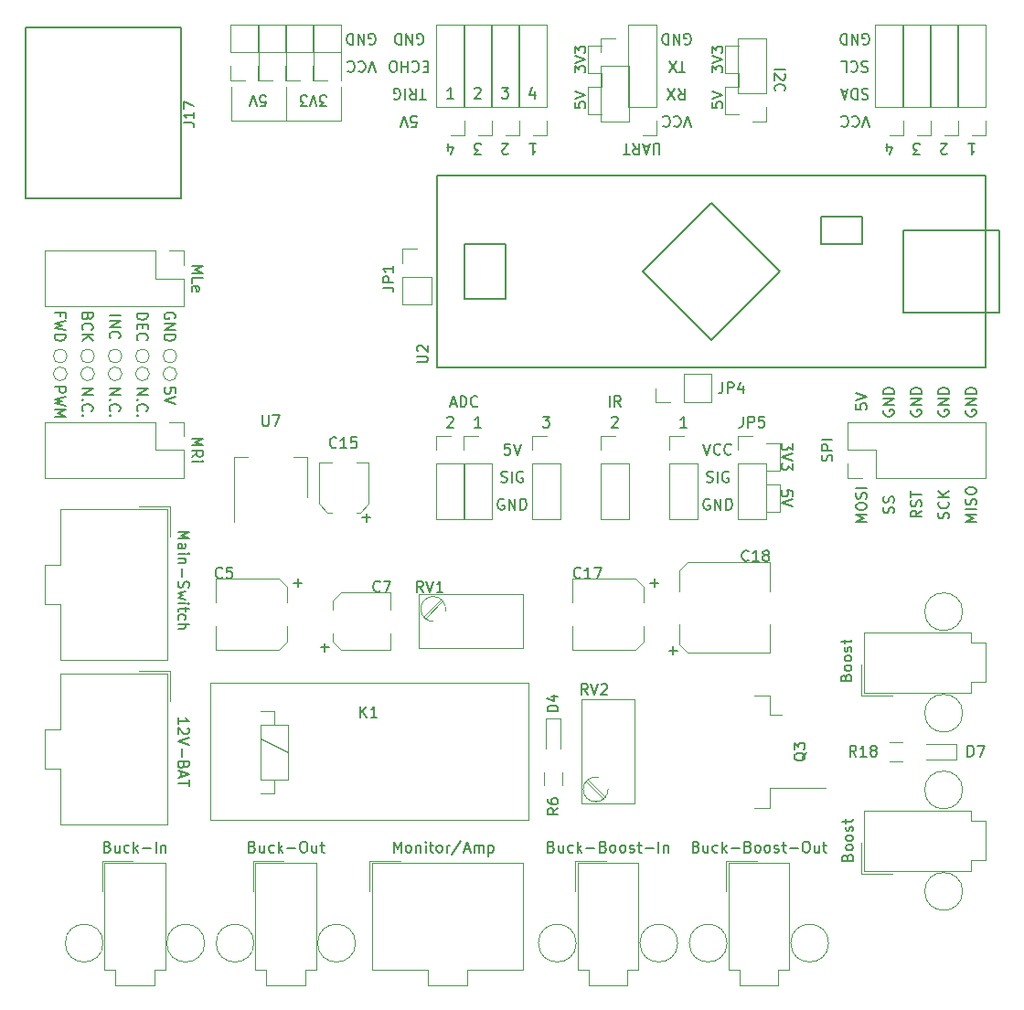
<source format=gbr>
G04 #@! TF.FileFunction,Legend,Top*
%FSLAX46Y46*%
G04 Gerber Fmt 4.6, Leading zero omitted, Abs format (unit mm)*
G04 Created by KiCad (PCBNEW 4.0.7) date 08/22/18 01:13:17*
%MOMM*%
%LPD*%
G01*
G04 APERTURE LIST*
%ADD10C,0.100000*%
%ADD11C,0.150000*%
%ADD12C,0.120000*%
G04 APERTURE END LIST*
D10*
X133350000Y-71755000D02*
X133350000Y-74295000D01*
X134620000Y-74295000D02*
X134620000Y-75565000D01*
X133350000Y-75565000D02*
X133350000Y-78105000D01*
D11*
X132167381Y-77025476D02*
X132167381Y-77501667D01*
X132643571Y-77549286D01*
X132595952Y-77501667D01*
X132548333Y-77406429D01*
X132548333Y-77168333D01*
X132595952Y-77073095D01*
X132643571Y-77025476D01*
X132738810Y-76977857D01*
X132976905Y-76977857D01*
X133072143Y-77025476D01*
X133119762Y-77073095D01*
X133167381Y-77168333D01*
X133167381Y-77406429D01*
X133119762Y-77501667D01*
X133072143Y-77549286D01*
X132167381Y-76692143D02*
X133167381Y-76358810D01*
X132167381Y-76025476D01*
X132167381Y-74263095D02*
X132167381Y-73644047D01*
X132548333Y-73977381D01*
X132548333Y-73834523D01*
X132595952Y-73739285D01*
X132643571Y-73691666D01*
X132738810Y-73644047D01*
X132976905Y-73644047D01*
X133072143Y-73691666D01*
X133119762Y-73739285D01*
X133167381Y-73834523D01*
X133167381Y-74120238D01*
X133119762Y-74215476D01*
X133072143Y-74263095D01*
X132167381Y-73358333D02*
X133167381Y-73025000D01*
X132167381Y-72691666D01*
X132167381Y-72453571D02*
X132167381Y-71834523D01*
X132548333Y-72167857D01*
X132548333Y-72024999D01*
X132595952Y-71929761D01*
X132643571Y-71882142D01*
X132738810Y-71834523D01*
X132976905Y-71834523D01*
X133072143Y-71882142D01*
X133119762Y-71929761D01*
X133167381Y-72024999D01*
X133167381Y-72310714D01*
X133119762Y-72405952D01*
X133072143Y-72453571D01*
D10*
X133350000Y-75565000D02*
X134620000Y-75565000D01*
X134620000Y-78105000D02*
X133350000Y-78105000D01*
X134620000Y-74295000D02*
X133350000Y-74295000D01*
X133350000Y-71755000D02*
X134620000Y-71755000D01*
D11*
X130016905Y-145978571D02*
X130159762Y-146026190D01*
X130207381Y-146073810D01*
X130255000Y-146169048D01*
X130255000Y-146311905D01*
X130207381Y-146407143D01*
X130159762Y-146454762D01*
X130064524Y-146502381D01*
X129683571Y-146502381D01*
X129683571Y-145502381D01*
X130016905Y-145502381D01*
X130112143Y-145550000D01*
X130159762Y-145597619D01*
X130207381Y-145692857D01*
X130207381Y-145788095D01*
X130159762Y-145883333D01*
X130112143Y-145930952D01*
X130016905Y-145978571D01*
X129683571Y-145978571D01*
X131112143Y-145835714D02*
X131112143Y-146502381D01*
X130683571Y-145835714D02*
X130683571Y-146359524D01*
X130731190Y-146454762D01*
X130826428Y-146502381D01*
X130969286Y-146502381D01*
X131064524Y-146454762D01*
X131112143Y-146407143D01*
X132016905Y-146454762D02*
X131921667Y-146502381D01*
X131731190Y-146502381D01*
X131635952Y-146454762D01*
X131588333Y-146407143D01*
X131540714Y-146311905D01*
X131540714Y-146026190D01*
X131588333Y-145930952D01*
X131635952Y-145883333D01*
X131731190Y-145835714D01*
X131921667Y-145835714D01*
X132016905Y-145883333D01*
X132445476Y-146502381D02*
X132445476Y-145502381D01*
X132540714Y-146121429D02*
X132826429Y-146502381D01*
X132826429Y-145835714D02*
X132445476Y-146216667D01*
X133255000Y-146121429D02*
X134016905Y-146121429D01*
X134826429Y-145978571D02*
X134969286Y-146026190D01*
X135016905Y-146073810D01*
X135064524Y-146169048D01*
X135064524Y-146311905D01*
X135016905Y-146407143D01*
X134969286Y-146454762D01*
X134874048Y-146502381D01*
X134493095Y-146502381D01*
X134493095Y-145502381D01*
X134826429Y-145502381D01*
X134921667Y-145550000D01*
X134969286Y-145597619D01*
X135016905Y-145692857D01*
X135016905Y-145788095D01*
X134969286Y-145883333D01*
X134921667Y-145930952D01*
X134826429Y-145978571D01*
X134493095Y-145978571D01*
X135635952Y-146502381D02*
X135540714Y-146454762D01*
X135493095Y-146407143D01*
X135445476Y-146311905D01*
X135445476Y-146026190D01*
X135493095Y-145930952D01*
X135540714Y-145883333D01*
X135635952Y-145835714D01*
X135778810Y-145835714D01*
X135874048Y-145883333D01*
X135921667Y-145930952D01*
X135969286Y-146026190D01*
X135969286Y-146311905D01*
X135921667Y-146407143D01*
X135874048Y-146454762D01*
X135778810Y-146502381D01*
X135635952Y-146502381D01*
X136540714Y-146502381D02*
X136445476Y-146454762D01*
X136397857Y-146407143D01*
X136350238Y-146311905D01*
X136350238Y-146026190D01*
X136397857Y-145930952D01*
X136445476Y-145883333D01*
X136540714Y-145835714D01*
X136683572Y-145835714D01*
X136778810Y-145883333D01*
X136826429Y-145930952D01*
X136874048Y-146026190D01*
X136874048Y-146311905D01*
X136826429Y-146407143D01*
X136778810Y-146454762D01*
X136683572Y-146502381D01*
X136540714Y-146502381D01*
X137255000Y-146454762D02*
X137350238Y-146502381D01*
X137540714Y-146502381D01*
X137635953Y-146454762D01*
X137683572Y-146359524D01*
X137683572Y-146311905D01*
X137635953Y-146216667D01*
X137540714Y-146169048D01*
X137397857Y-146169048D01*
X137302619Y-146121429D01*
X137255000Y-146026190D01*
X137255000Y-145978571D01*
X137302619Y-145883333D01*
X137397857Y-145835714D01*
X137540714Y-145835714D01*
X137635953Y-145883333D01*
X137969286Y-145835714D02*
X138350238Y-145835714D01*
X138112143Y-145502381D02*
X138112143Y-146359524D01*
X138159762Y-146454762D01*
X138255000Y-146502381D01*
X138350238Y-146502381D01*
X138683572Y-146121429D02*
X139445477Y-146121429D01*
X139921667Y-146502381D02*
X139921667Y-145502381D01*
X140397857Y-145835714D02*
X140397857Y-146502381D01*
X140397857Y-145930952D02*
X140445476Y-145883333D01*
X140540714Y-145835714D01*
X140683572Y-145835714D01*
X140778810Y-145883333D01*
X140826429Y-145978571D01*
X140826429Y-146502381D01*
X143415476Y-145978571D02*
X143558333Y-146026190D01*
X143605952Y-146073810D01*
X143653571Y-146169048D01*
X143653571Y-146311905D01*
X143605952Y-146407143D01*
X143558333Y-146454762D01*
X143463095Y-146502381D01*
X143082142Y-146502381D01*
X143082142Y-145502381D01*
X143415476Y-145502381D01*
X143510714Y-145550000D01*
X143558333Y-145597619D01*
X143605952Y-145692857D01*
X143605952Y-145788095D01*
X143558333Y-145883333D01*
X143510714Y-145930952D01*
X143415476Y-145978571D01*
X143082142Y-145978571D01*
X144510714Y-145835714D02*
X144510714Y-146502381D01*
X144082142Y-145835714D02*
X144082142Y-146359524D01*
X144129761Y-146454762D01*
X144224999Y-146502381D01*
X144367857Y-146502381D01*
X144463095Y-146454762D01*
X144510714Y-146407143D01*
X145415476Y-146454762D02*
X145320238Y-146502381D01*
X145129761Y-146502381D01*
X145034523Y-146454762D01*
X144986904Y-146407143D01*
X144939285Y-146311905D01*
X144939285Y-146026190D01*
X144986904Y-145930952D01*
X145034523Y-145883333D01*
X145129761Y-145835714D01*
X145320238Y-145835714D01*
X145415476Y-145883333D01*
X145844047Y-146502381D02*
X145844047Y-145502381D01*
X145939285Y-146121429D02*
X146225000Y-146502381D01*
X146225000Y-145835714D02*
X145844047Y-146216667D01*
X146653571Y-146121429D02*
X147415476Y-146121429D01*
X148225000Y-145978571D02*
X148367857Y-146026190D01*
X148415476Y-146073810D01*
X148463095Y-146169048D01*
X148463095Y-146311905D01*
X148415476Y-146407143D01*
X148367857Y-146454762D01*
X148272619Y-146502381D01*
X147891666Y-146502381D01*
X147891666Y-145502381D01*
X148225000Y-145502381D01*
X148320238Y-145550000D01*
X148367857Y-145597619D01*
X148415476Y-145692857D01*
X148415476Y-145788095D01*
X148367857Y-145883333D01*
X148320238Y-145930952D01*
X148225000Y-145978571D01*
X147891666Y-145978571D01*
X149034523Y-146502381D02*
X148939285Y-146454762D01*
X148891666Y-146407143D01*
X148844047Y-146311905D01*
X148844047Y-146026190D01*
X148891666Y-145930952D01*
X148939285Y-145883333D01*
X149034523Y-145835714D01*
X149177381Y-145835714D01*
X149272619Y-145883333D01*
X149320238Y-145930952D01*
X149367857Y-146026190D01*
X149367857Y-146311905D01*
X149320238Y-146407143D01*
X149272619Y-146454762D01*
X149177381Y-146502381D01*
X149034523Y-146502381D01*
X149939285Y-146502381D02*
X149844047Y-146454762D01*
X149796428Y-146407143D01*
X149748809Y-146311905D01*
X149748809Y-146026190D01*
X149796428Y-145930952D01*
X149844047Y-145883333D01*
X149939285Y-145835714D01*
X150082143Y-145835714D01*
X150177381Y-145883333D01*
X150225000Y-145930952D01*
X150272619Y-146026190D01*
X150272619Y-146311905D01*
X150225000Y-146407143D01*
X150177381Y-146454762D01*
X150082143Y-146502381D01*
X149939285Y-146502381D01*
X150653571Y-146454762D02*
X150748809Y-146502381D01*
X150939285Y-146502381D01*
X151034524Y-146454762D01*
X151082143Y-146359524D01*
X151082143Y-146311905D01*
X151034524Y-146216667D01*
X150939285Y-146169048D01*
X150796428Y-146169048D01*
X150701190Y-146121429D01*
X150653571Y-146026190D01*
X150653571Y-145978571D01*
X150701190Y-145883333D01*
X150796428Y-145835714D01*
X150939285Y-145835714D01*
X151034524Y-145883333D01*
X151367857Y-145835714D02*
X151748809Y-145835714D01*
X151510714Y-145502381D02*
X151510714Y-146359524D01*
X151558333Y-146454762D01*
X151653571Y-146502381D01*
X151748809Y-146502381D01*
X152082143Y-146121429D02*
X152844048Y-146121429D01*
X153510714Y-145502381D02*
X153701191Y-145502381D01*
X153796429Y-145550000D01*
X153891667Y-145645238D01*
X153939286Y-145835714D01*
X153939286Y-146169048D01*
X153891667Y-146359524D01*
X153796429Y-146454762D01*
X153701191Y-146502381D01*
X153510714Y-146502381D01*
X153415476Y-146454762D01*
X153320238Y-146359524D01*
X153272619Y-146169048D01*
X153272619Y-145835714D01*
X153320238Y-145645238D01*
X153415476Y-145550000D01*
X153510714Y-145502381D01*
X154796429Y-145835714D02*
X154796429Y-146502381D01*
X154367857Y-145835714D02*
X154367857Y-146359524D01*
X154415476Y-146454762D01*
X154510714Y-146502381D01*
X154653572Y-146502381D01*
X154748810Y-146454762D01*
X154796429Y-146407143D01*
X155129762Y-145835714D02*
X155510714Y-145835714D01*
X155272619Y-145502381D02*
X155272619Y-146359524D01*
X155320238Y-146454762D01*
X155415476Y-146502381D01*
X155510714Y-146502381D01*
D10*
X105410000Y-78740000D02*
X100330000Y-78740000D01*
X110490000Y-78740000D02*
X105410000Y-78740000D01*
X151130000Y-111125000D02*
X151130000Y-108585000D01*
X149860000Y-112395000D02*
X149860000Y-111125000D01*
X151130000Y-114935000D02*
X151130000Y-112395000D01*
X149860000Y-111125000D02*
X151130000Y-111125000D01*
X151130000Y-108585000D02*
X149860000Y-108585000D01*
X149860000Y-112395000D02*
X151130000Y-112395000D01*
X151130000Y-114935000D02*
X149860000Y-114935000D01*
D11*
X135390000Y-105227381D02*
X135390000Y-104227381D01*
X136437619Y-105227381D02*
X136104285Y-104751190D01*
X135866190Y-105227381D02*
X135866190Y-104227381D01*
X136247143Y-104227381D01*
X136342381Y-104275000D01*
X136390000Y-104322619D01*
X136437619Y-104417857D01*
X136437619Y-104560714D01*
X136390000Y-104655952D01*
X136342381Y-104703571D01*
X136247143Y-104751190D01*
X135866190Y-104751190D01*
X152312619Y-113474524D02*
X152312619Y-112998333D01*
X151836429Y-112950714D01*
X151884048Y-112998333D01*
X151931667Y-113093571D01*
X151931667Y-113331667D01*
X151884048Y-113426905D01*
X151836429Y-113474524D01*
X151741190Y-113522143D01*
X151503095Y-113522143D01*
X151407857Y-113474524D01*
X151360238Y-113426905D01*
X151312619Y-113331667D01*
X151312619Y-113093571D01*
X151360238Y-112998333D01*
X151407857Y-112950714D01*
X152312619Y-113807857D02*
X151312619Y-114141190D01*
X152312619Y-114474524D01*
D10*
X146050000Y-71755000D02*
X147320000Y-71755000D01*
X147320000Y-74295000D02*
X146050000Y-74295000D01*
X147320000Y-78105000D02*
X146050000Y-78105000D01*
X146050000Y-75565000D02*
X147320000Y-75565000D01*
D11*
X120459523Y-81494286D02*
X120459523Y-80827619D01*
X120697619Y-81875238D02*
X120935714Y-81160952D01*
X120316666Y-81160952D01*
X123523333Y-81827619D02*
X122904285Y-81827619D01*
X123237619Y-81446667D01*
X123094761Y-81446667D01*
X122999523Y-81399048D01*
X122951904Y-81351429D01*
X122904285Y-81256190D01*
X122904285Y-81018095D01*
X122951904Y-80922857D01*
X122999523Y-80875238D01*
X123094761Y-80827619D01*
X123380476Y-80827619D01*
X123475714Y-80875238D01*
X123523333Y-80922857D01*
X126015714Y-81732381D02*
X125968095Y-81780000D01*
X125872857Y-81827619D01*
X125634761Y-81827619D01*
X125539523Y-81780000D01*
X125491904Y-81732381D01*
X125444285Y-81637143D01*
X125444285Y-81541905D01*
X125491904Y-81399048D01*
X126063333Y-80827619D01*
X125444285Y-80827619D01*
X127984285Y-80827619D02*
X128555714Y-80827619D01*
X128270000Y-80827619D02*
X128270000Y-81827619D01*
X128365238Y-81684762D01*
X128460476Y-81589524D01*
X128555714Y-81541905D01*
X140025238Y-81827619D02*
X140025238Y-81018095D01*
X139977619Y-80922857D01*
X139930000Y-80875238D01*
X139834762Y-80827619D01*
X139644285Y-80827619D01*
X139549047Y-80875238D01*
X139501428Y-80922857D01*
X139453809Y-81018095D01*
X139453809Y-81827619D01*
X139025238Y-81113333D02*
X138549047Y-81113333D01*
X139120476Y-80827619D02*
X138787143Y-81827619D01*
X138453809Y-80827619D01*
X137549047Y-80827619D02*
X137882381Y-81303810D01*
X138120476Y-80827619D02*
X138120476Y-81827619D01*
X137739523Y-81827619D01*
X137644285Y-81780000D01*
X137596666Y-81732381D01*
X137549047Y-81637143D01*
X137549047Y-81494286D01*
X137596666Y-81399048D01*
X137644285Y-81351429D01*
X137739523Y-81303810D01*
X138120476Y-81303810D01*
X137263333Y-81827619D02*
X136691904Y-81827619D01*
X136977619Y-80827619D02*
X136977619Y-81827619D01*
X113728333Y-74207619D02*
X113395000Y-73207619D01*
X113061666Y-74207619D01*
X112156904Y-73302857D02*
X112204523Y-73255238D01*
X112347380Y-73207619D01*
X112442618Y-73207619D01*
X112585476Y-73255238D01*
X112680714Y-73350476D01*
X112728333Y-73445714D01*
X112775952Y-73636190D01*
X112775952Y-73779048D01*
X112728333Y-73969524D01*
X112680714Y-74064762D01*
X112585476Y-74160000D01*
X112442618Y-74207619D01*
X112347380Y-74207619D01*
X112204523Y-74160000D01*
X112156904Y-74112381D01*
X111156904Y-73302857D02*
X111204523Y-73255238D01*
X111347380Y-73207619D01*
X111442618Y-73207619D01*
X111585476Y-73255238D01*
X111680714Y-73350476D01*
X111728333Y-73445714D01*
X111775952Y-73636190D01*
X111775952Y-73779048D01*
X111728333Y-73969524D01*
X111680714Y-74064762D01*
X111585476Y-74160000D01*
X111442618Y-74207619D01*
X111347380Y-74207619D01*
X111204523Y-74160000D01*
X111156904Y-74112381D01*
X113156904Y-71620000D02*
X113252142Y-71667619D01*
X113394999Y-71667619D01*
X113537857Y-71620000D01*
X113633095Y-71524762D01*
X113680714Y-71429524D01*
X113728333Y-71239048D01*
X113728333Y-71096190D01*
X113680714Y-70905714D01*
X113633095Y-70810476D01*
X113537857Y-70715238D01*
X113394999Y-70667619D01*
X113299761Y-70667619D01*
X113156904Y-70715238D01*
X113109285Y-70762857D01*
X113109285Y-71096190D01*
X113299761Y-71096190D01*
X112680714Y-70667619D02*
X112680714Y-71667619D01*
X112109285Y-70667619D01*
X112109285Y-71667619D01*
X111633095Y-70667619D02*
X111633095Y-71667619D01*
X111395000Y-71667619D01*
X111252142Y-71620000D01*
X111156904Y-71524762D01*
X111109285Y-71429524D01*
X111061666Y-71239048D01*
X111061666Y-71096190D01*
X111109285Y-70905714D01*
X111156904Y-70810476D01*
X111252142Y-70715238D01*
X111395000Y-70667619D01*
X111633095Y-70667619D01*
X120681905Y-104941667D02*
X121158096Y-104941667D01*
X120586667Y-105227381D02*
X120920000Y-104227381D01*
X121253334Y-105227381D01*
X121586667Y-105227381D02*
X121586667Y-104227381D01*
X121824762Y-104227381D01*
X121967620Y-104275000D01*
X122062858Y-104370238D01*
X122110477Y-104465476D01*
X122158096Y-104655952D01*
X122158096Y-104798810D01*
X122110477Y-104989286D01*
X122062858Y-105084524D01*
X121967620Y-105179762D01*
X121824762Y-105227381D01*
X121586667Y-105227381D01*
X123158096Y-105132143D02*
X123110477Y-105179762D01*
X122967620Y-105227381D01*
X122872382Y-105227381D01*
X122729524Y-105179762D01*
X122634286Y-105084524D01*
X122586667Y-104989286D01*
X122539048Y-104798810D01*
X122539048Y-104655952D01*
X122586667Y-104465476D01*
X122634286Y-104370238D01*
X122729524Y-104275000D01*
X122872382Y-104227381D01*
X122967620Y-104227381D01*
X123110477Y-104275000D01*
X123158096Y-104322619D01*
D10*
X85153500Y-100520500D02*
G75*
G03X85153500Y-100520500I-635000J0D01*
G01*
X85153500Y-102171500D02*
G75*
G03X85153500Y-102171500I-635000J0D01*
G01*
X90233500Y-100520500D02*
G75*
G03X90233500Y-100520500I-635000J0D01*
G01*
X90233500Y-102171500D02*
G75*
G03X90233500Y-102171500I-635000J0D01*
G01*
X87693500Y-102171500D02*
G75*
G03X87693500Y-102171500I-635000J0D01*
G01*
X87693500Y-100520500D02*
G75*
G03X87693500Y-100520500I-635000J0D01*
G01*
X92773500Y-100520500D02*
G75*
G03X92773500Y-100520500I-635000J0D01*
G01*
X92773500Y-102171500D02*
G75*
G03X92773500Y-102171500I-635000J0D01*
G01*
X95313500Y-102171500D02*
G75*
G03X95313500Y-102171500I-635000J0D01*
G01*
X95313500Y-100520500D02*
G75*
G03X95313500Y-100520500I-635000J0D01*
G01*
D11*
X95162619Y-103949524D02*
X95162619Y-103473333D01*
X94686429Y-103425714D01*
X94734048Y-103473333D01*
X94781667Y-103568571D01*
X94781667Y-103806667D01*
X94734048Y-103901905D01*
X94686429Y-103949524D01*
X94591190Y-103997143D01*
X94353095Y-103997143D01*
X94257857Y-103949524D01*
X94210238Y-103901905D01*
X94162619Y-103806667D01*
X94162619Y-103568571D01*
X94210238Y-103473333D01*
X94257857Y-103425714D01*
X95162619Y-104282857D02*
X94162619Y-104616190D01*
X95162619Y-104949524D01*
X84002619Y-103370238D02*
X85002619Y-103370238D01*
X85002619Y-103751191D01*
X84955000Y-103846429D01*
X84907381Y-103894048D01*
X84812143Y-103941667D01*
X84669286Y-103941667D01*
X84574048Y-103894048D01*
X84526429Y-103846429D01*
X84478810Y-103751191D01*
X84478810Y-103370238D01*
X85002619Y-104275000D02*
X84002619Y-104513095D01*
X84716905Y-104703572D01*
X84002619Y-104894048D01*
X85002619Y-105132143D01*
X84002619Y-105513095D02*
X85002619Y-105513095D01*
X84288333Y-105846429D01*
X85002619Y-106179762D01*
X84002619Y-106179762D01*
X159202381Y-115871428D02*
X158202381Y-115871428D01*
X158916667Y-115538094D01*
X158202381Y-115204761D01*
X159202381Y-115204761D01*
X158202381Y-114538095D02*
X158202381Y-114347618D01*
X158250000Y-114252380D01*
X158345238Y-114157142D01*
X158535714Y-114109523D01*
X158869048Y-114109523D01*
X159059524Y-114157142D01*
X159154762Y-114252380D01*
X159202381Y-114347618D01*
X159202381Y-114538095D01*
X159154762Y-114633333D01*
X159059524Y-114728571D01*
X158869048Y-114776190D01*
X158535714Y-114776190D01*
X158345238Y-114728571D01*
X158250000Y-114633333D01*
X158202381Y-114538095D01*
X159154762Y-113728571D02*
X159202381Y-113585714D01*
X159202381Y-113347618D01*
X159154762Y-113252380D01*
X159107143Y-113204761D01*
X159011905Y-113157142D01*
X158916667Y-113157142D01*
X158821429Y-113204761D01*
X158773810Y-113252380D01*
X158726190Y-113347618D01*
X158678571Y-113538095D01*
X158630952Y-113633333D01*
X158583333Y-113680952D01*
X158488095Y-113728571D01*
X158392857Y-113728571D01*
X158297619Y-113680952D01*
X158250000Y-113633333D01*
X158202381Y-113538095D01*
X158202381Y-113299999D01*
X158250000Y-113157142D01*
X159202381Y-112728571D02*
X158202381Y-112728571D01*
X91622619Y-103513096D02*
X92622619Y-103513096D01*
X91622619Y-104084525D01*
X92622619Y-104084525D01*
X91717857Y-104560715D02*
X91670238Y-104608334D01*
X91622619Y-104560715D01*
X91670238Y-104513096D01*
X91717857Y-104560715D01*
X91622619Y-104560715D01*
X91717857Y-105608334D02*
X91670238Y-105560715D01*
X91622619Y-105417858D01*
X91622619Y-105322620D01*
X91670238Y-105179762D01*
X91765476Y-105084524D01*
X91860714Y-105036905D01*
X92051190Y-104989286D01*
X92194048Y-104989286D01*
X92384524Y-105036905D01*
X92479762Y-105084524D01*
X92575000Y-105179762D01*
X92622619Y-105322620D01*
X92622619Y-105417858D01*
X92575000Y-105560715D01*
X92527381Y-105608334D01*
X91717857Y-106036905D02*
X91670238Y-106084524D01*
X91622619Y-106036905D01*
X91670238Y-105989286D01*
X91717857Y-106036905D01*
X91622619Y-106036905D01*
X89082619Y-103513096D02*
X90082619Y-103513096D01*
X89082619Y-104084525D01*
X90082619Y-104084525D01*
X89177857Y-104560715D02*
X89130238Y-104608334D01*
X89082619Y-104560715D01*
X89130238Y-104513096D01*
X89177857Y-104560715D01*
X89082619Y-104560715D01*
X89177857Y-105608334D02*
X89130238Y-105560715D01*
X89082619Y-105417858D01*
X89082619Y-105322620D01*
X89130238Y-105179762D01*
X89225476Y-105084524D01*
X89320714Y-105036905D01*
X89511190Y-104989286D01*
X89654048Y-104989286D01*
X89844524Y-105036905D01*
X89939762Y-105084524D01*
X90035000Y-105179762D01*
X90082619Y-105322620D01*
X90082619Y-105417858D01*
X90035000Y-105560715D01*
X89987381Y-105608334D01*
X89177857Y-106036905D02*
X89130238Y-106084524D01*
X89082619Y-106036905D01*
X89130238Y-105989286D01*
X89177857Y-106036905D01*
X89082619Y-106036905D01*
X86542619Y-103513096D02*
X87542619Y-103513096D01*
X86542619Y-104084525D01*
X87542619Y-104084525D01*
X86637857Y-104560715D02*
X86590238Y-104608334D01*
X86542619Y-104560715D01*
X86590238Y-104513096D01*
X86637857Y-104560715D01*
X86542619Y-104560715D01*
X86637857Y-105608334D02*
X86590238Y-105560715D01*
X86542619Y-105417858D01*
X86542619Y-105322620D01*
X86590238Y-105179762D01*
X86685476Y-105084524D01*
X86780714Y-105036905D01*
X86971190Y-104989286D01*
X87114048Y-104989286D01*
X87304524Y-105036905D01*
X87399762Y-105084524D01*
X87495000Y-105179762D01*
X87542619Y-105322620D01*
X87542619Y-105417858D01*
X87495000Y-105560715D01*
X87447381Y-105608334D01*
X86637857Y-106036905D02*
X86590238Y-106084524D01*
X86542619Y-106036905D01*
X86590238Y-105989286D01*
X86637857Y-106036905D01*
X86542619Y-106036905D01*
X84526429Y-96861429D02*
X84526429Y-96528095D01*
X84002619Y-96528095D02*
X85002619Y-96528095D01*
X85002619Y-97004286D01*
X85002619Y-97290000D02*
X84002619Y-97528095D01*
X84716905Y-97718572D01*
X84002619Y-97909048D01*
X85002619Y-98147143D01*
X84002619Y-98528095D02*
X85002619Y-98528095D01*
X85002619Y-98766190D01*
X84955000Y-98909048D01*
X84859762Y-99004286D01*
X84764524Y-99051905D01*
X84574048Y-99099524D01*
X84431190Y-99099524D01*
X84240714Y-99051905D01*
X84145476Y-99004286D01*
X84050238Y-98909048D01*
X84002619Y-98766190D01*
X84002619Y-98528095D01*
X87066429Y-96861429D02*
X87018810Y-97004286D01*
X86971190Y-97051905D01*
X86875952Y-97099524D01*
X86733095Y-97099524D01*
X86637857Y-97051905D01*
X86590238Y-97004286D01*
X86542619Y-96909048D01*
X86542619Y-96528095D01*
X87542619Y-96528095D01*
X87542619Y-96861429D01*
X87495000Y-96956667D01*
X87447381Y-97004286D01*
X87352143Y-97051905D01*
X87256905Y-97051905D01*
X87161667Y-97004286D01*
X87114048Y-96956667D01*
X87066429Y-96861429D01*
X87066429Y-96528095D01*
X86637857Y-98099524D02*
X86590238Y-98051905D01*
X86542619Y-97909048D01*
X86542619Y-97813810D01*
X86590238Y-97670952D01*
X86685476Y-97575714D01*
X86780714Y-97528095D01*
X86971190Y-97480476D01*
X87114048Y-97480476D01*
X87304524Y-97528095D01*
X87399762Y-97575714D01*
X87495000Y-97670952D01*
X87542619Y-97813810D01*
X87542619Y-97909048D01*
X87495000Y-98051905D01*
X87447381Y-98099524D01*
X86542619Y-98528095D02*
X87542619Y-98528095D01*
X86542619Y-99099524D02*
X87114048Y-98670952D01*
X87542619Y-99099524D02*
X86971190Y-98528095D01*
X89082619Y-96766191D02*
X90082619Y-96766191D01*
X89082619Y-97242381D02*
X90082619Y-97242381D01*
X89082619Y-97813810D01*
X90082619Y-97813810D01*
X89177857Y-98861429D02*
X89130238Y-98813810D01*
X89082619Y-98670953D01*
X89082619Y-98575715D01*
X89130238Y-98432857D01*
X89225476Y-98337619D01*
X89320714Y-98290000D01*
X89511190Y-98242381D01*
X89654048Y-98242381D01*
X89844524Y-98290000D01*
X89939762Y-98337619D01*
X90035000Y-98432857D01*
X90082619Y-98575715D01*
X90082619Y-98670953D01*
X90035000Y-98813810D01*
X89987381Y-98861429D01*
X91622619Y-96575714D02*
X92622619Y-96575714D01*
X92622619Y-96813809D01*
X92575000Y-96956667D01*
X92479762Y-97051905D01*
X92384524Y-97099524D01*
X92194048Y-97147143D01*
X92051190Y-97147143D01*
X91860714Y-97099524D01*
X91765476Y-97051905D01*
X91670238Y-96956667D01*
X91622619Y-96813809D01*
X91622619Y-96575714D01*
X92146429Y-97575714D02*
X92146429Y-97909048D01*
X91622619Y-98051905D02*
X91622619Y-97575714D01*
X92622619Y-97575714D01*
X92622619Y-98051905D01*
X91717857Y-99051905D02*
X91670238Y-99004286D01*
X91622619Y-98861429D01*
X91622619Y-98766191D01*
X91670238Y-98623333D01*
X91765476Y-98528095D01*
X91860714Y-98480476D01*
X92051190Y-98432857D01*
X92194048Y-98432857D01*
X92384524Y-98480476D01*
X92479762Y-98528095D01*
X92575000Y-98623333D01*
X92622619Y-98766191D01*
X92622619Y-98861429D01*
X92575000Y-99004286D01*
X92527381Y-99051905D01*
X142366904Y-71620000D02*
X142462142Y-71667619D01*
X142604999Y-71667619D01*
X142747857Y-71620000D01*
X142843095Y-71524762D01*
X142890714Y-71429524D01*
X142938333Y-71239048D01*
X142938333Y-71096190D01*
X142890714Y-70905714D01*
X142843095Y-70810476D01*
X142747857Y-70715238D01*
X142604999Y-70667619D01*
X142509761Y-70667619D01*
X142366904Y-70715238D01*
X142319285Y-70762857D01*
X142319285Y-71096190D01*
X142509761Y-71096190D01*
X141890714Y-70667619D02*
X141890714Y-71667619D01*
X141319285Y-70667619D01*
X141319285Y-71667619D01*
X140843095Y-70667619D02*
X140843095Y-71667619D01*
X140605000Y-71667619D01*
X140462142Y-71620000D01*
X140366904Y-71524762D01*
X140319285Y-71429524D01*
X140271666Y-71239048D01*
X140271666Y-71096190D01*
X140319285Y-70905714D01*
X140366904Y-70810476D01*
X140462142Y-70715238D01*
X140605000Y-70667619D01*
X140843095Y-70667619D01*
X142366905Y-74207619D02*
X141795476Y-74207619D01*
X142081191Y-73207619D02*
X142081191Y-74207619D01*
X141557381Y-74207619D02*
X140890714Y-73207619D01*
X140890714Y-74207619D02*
X141557381Y-73207619D01*
X141771666Y-75747619D02*
X142105000Y-76223810D01*
X142343095Y-75747619D02*
X142343095Y-76747619D01*
X141962142Y-76747619D01*
X141866904Y-76700000D01*
X141819285Y-76652381D01*
X141771666Y-76557143D01*
X141771666Y-76414286D01*
X141819285Y-76319048D01*
X141866904Y-76271429D01*
X141962142Y-76223810D01*
X142343095Y-76223810D01*
X141438333Y-76747619D02*
X140771666Y-75747619D01*
X140771666Y-76747619D02*
X141438333Y-75747619D01*
X142938333Y-79287619D02*
X142605000Y-78287619D01*
X142271666Y-79287619D01*
X141366904Y-78382857D02*
X141414523Y-78335238D01*
X141557380Y-78287619D01*
X141652618Y-78287619D01*
X141795476Y-78335238D01*
X141890714Y-78430476D01*
X141938333Y-78525714D01*
X141985952Y-78716190D01*
X141985952Y-78859048D01*
X141938333Y-79049524D01*
X141890714Y-79144762D01*
X141795476Y-79240000D01*
X141652618Y-79287619D01*
X141557380Y-79287619D01*
X141414523Y-79240000D01*
X141366904Y-79192381D01*
X140366904Y-78382857D02*
X140414523Y-78335238D01*
X140557380Y-78287619D01*
X140652618Y-78287619D01*
X140795476Y-78335238D01*
X140890714Y-78430476D01*
X140938333Y-78525714D01*
X140985952Y-78716190D01*
X140985952Y-78859048D01*
X140938333Y-79049524D01*
X140890714Y-79144762D01*
X140795476Y-79240000D01*
X140652618Y-79287619D01*
X140557380Y-79287619D01*
X140414523Y-79240000D01*
X140366904Y-79192381D01*
X144867381Y-74263095D02*
X144867381Y-73644047D01*
X145248333Y-73977381D01*
X145248333Y-73834523D01*
X145295952Y-73739285D01*
X145343571Y-73691666D01*
X145438810Y-73644047D01*
X145676905Y-73644047D01*
X145772143Y-73691666D01*
X145819762Y-73739285D01*
X145867381Y-73834523D01*
X145867381Y-74120238D01*
X145819762Y-74215476D01*
X145772143Y-74263095D01*
X144867381Y-73358333D02*
X145867381Y-73025000D01*
X144867381Y-72691666D01*
X144867381Y-72453571D02*
X144867381Y-71834523D01*
X145248333Y-72167857D01*
X145248333Y-72024999D01*
X145295952Y-71929761D01*
X145343571Y-71882142D01*
X145438810Y-71834523D01*
X145676905Y-71834523D01*
X145772143Y-71882142D01*
X145819762Y-71929761D01*
X145867381Y-72024999D01*
X145867381Y-72310714D01*
X145819762Y-72405952D01*
X145772143Y-72453571D01*
X144867381Y-77025476D02*
X144867381Y-77501667D01*
X145343571Y-77549286D01*
X145295952Y-77501667D01*
X145248333Y-77406429D01*
X145248333Y-77168333D01*
X145295952Y-77073095D01*
X145343571Y-77025476D01*
X145438810Y-76977857D01*
X145676905Y-76977857D01*
X145772143Y-77025476D01*
X145819762Y-77073095D01*
X145867381Y-77168333D01*
X145867381Y-77406429D01*
X145819762Y-77501667D01*
X145772143Y-77549286D01*
X144867381Y-76692143D02*
X145867381Y-76358810D01*
X144867381Y-76025476D01*
D10*
X146050000Y-75565000D02*
X146050000Y-78105000D01*
X147320000Y-74295000D02*
X147320000Y-75565000D01*
X146050000Y-71755000D02*
X146050000Y-74295000D01*
D11*
X158876904Y-71620000D02*
X158972142Y-71667619D01*
X159114999Y-71667619D01*
X159257857Y-71620000D01*
X159353095Y-71524762D01*
X159400714Y-71429524D01*
X159448333Y-71239048D01*
X159448333Y-71096190D01*
X159400714Y-70905714D01*
X159353095Y-70810476D01*
X159257857Y-70715238D01*
X159114999Y-70667619D01*
X159019761Y-70667619D01*
X158876904Y-70715238D01*
X158829285Y-70762857D01*
X158829285Y-71096190D01*
X159019761Y-71096190D01*
X158400714Y-70667619D02*
X158400714Y-71667619D01*
X157829285Y-70667619D01*
X157829285Y-71667619D01*
X157353095Y-70667619D02*
X157353095Y-71667619D01*
X157115000Y-71667619D01*
X156972142Y-71620000D01*
X156876904Y-71524762D01*
X156829285Y-71429524D01*
X156781666Y-71239048D01*
X156781666Y-71096190D01*
X156829285Y-70905714D01*
X156876904Y-70810476D01*
X156972142Y-70715238D01*
X157115000Y-70667619D01*
X157353095Y-70667619D01*
X159305476Y-73255238D02*
X159162619Y-73207619D01*
X158924523Y-73207619D01*
X158829285Y-73255238D01*
X158781666Y-73302857D01*
X158734047Y-73398095D01*
X158734047Y-73493333D01*
X158781666Y-73588571D01*
X158829285Y-73636190D01*
X158924523Y-73683810D01*
X159115000Y-73731429D01*
X159210238Y-73779048D01*
X159257857Y-73826667D01*
X159305476Y-73921905D01*
X159305476Y-74017143D01*
X159257857Y-74112381D01*
X159210238Y-74160000D01*
X159115000Y-74207619D01*
X158876904Y-74207619D01*
X158734047Y-74160000D01*
X157734047Y-73302857D02*
X157781666Y-73255238D01*
X157924523Y-73207619D01*
X158019761Y-73207619D01*
X158162619Y-73255238D01*
X158257857Y-73350476D01*
X158305476Y-73445714D01*
X158353095Y-73636190D01*
X158353095Y-73779048D01*
X158305476Y-73969524D01*
X158257857Y-74064762D01*
X158162619Y-74160000D01*
X158019761Y-74207619D01*
X157924523Y-74207619D01*
X157781666Y-74160000D01*
X157734047Y-74112381D01*
X156829285Y-73207619D02*
X157305476Y-73207619D01*
X157305476Y-74207619D01*
X159329286Y-75795238D02*
X159186429Y-75747619D01*
X158948333Y-75747619D01*
X158853095Y-75795238D01*
X158805476Y-75842857D01*
X158757857Y-75938095D01*
X158757857Y-76033333D01*
X158805476Y-76128571D01*
X158853095Y-76176190D01*
X158948333Y-76223810D01*
X159138810Y-76271429D01*
X159234048Y-76319048D01*
X159281667Y-76366667D01*
X159329286Y-76461905D01*
X159329286Y-76557143D01*
X159281667Y-76652381D01*
X159234048Y-76700000D01*
X159138810Y-76747619D01*
X158900714Y-76747619D01*
X158757857Y-76700000D01*
X158329286Y-75747619D02*
X158329286Y-76747619D01*
X158091191Y-76747619D01*
X157948333Y-76700000D01*
X157853095Y-76604762D01*
X157805476Y-76509524D01*
X157757857Y-76319048D01*
X157757857Y-76176190D01*
X157805476Y-75985714D01*
X157853095Y-75890476D01*
X157948333Y-75795238D01*
X158091191Y-75747619D01*
X158329286Y-75747619D01*
X157376905Y-76033333D02*
X156900714Y-76033333D01*
X157472143Y-75747619D02*
X157138810Y-76747619D01*
X156805476Y-75747619D01*
X159448333Y-79287619D02*
X159115000Y-78287619D01*
X158781666Y-79287619D01*
X157876904Y-78382857D02*
X157924523Y-78335238D01*
X158067380Y-78287619D01*
X158162618Y-78287619D01*
X158305476Y-78335238D01*
X158400714Y-78430476D01*
X158448333Y-78525714D01*
X158495952Y-78716190D01*
X158495952Y-78859048D01*
X158448333Y-79049524D01*
X158400714Y-79144762D01*
X158305476Y-79240000D01*
X158162618Y-79287619D01*
X158067380Y-79287619D01*
X157924523Y-79240000D01*
X157876904Y-79192381D01*
X156876904Y-78382857D02*
X156924523Y-78335238D01*
X157067380Y-78287619D01*
X157162618Y-78287619D01*
X157305476Y-78335238D01*
X157400714Y-78430476D01*
X157448333Y-78525714D01*
X157495952Y-78716190D01*
X157495952Y-78859048D01*
X157448333Y-79049524D01*
X157400714Y-79144762D01*
X157305476Y-79240000D01*
X157162618Y-79287619D01*
X157067380Y-79287619D01*
X156924523Y-79240000D01*
X156876904Y-79192381D01*
X161099523Y-81494286D02*
X161099523Y-80827619D01*
X161337619Y-81875238D02*
X161575714Y-81160952D01*
X160956666Y-81160952D01*
X164163333Y-81827619D02*
X163544285Y-81827619D01*
X163877619Y-81446667D01*
X163734761Y-81446667D01*
X163639523Y-81399048D01*
X163591904Y-81351429D01*
X163544285Y-81256190D01*
X163544285Y-81018095D01*
X163591904Y-80922857D01*
X163639523Y-80875238D01*
X163734761Y-80827619D01*
X164020476Y-80827619D01*
X164115714Y-80875238D01*
X164163333Y-80922857D01*
X166655714Y-81732381D02*
X166608095Y-81780000D01*
X166512857Y-81827619D01*
X166274761Y-81827619D01*
X166179523Y-81780000D01*
X166131904Y-81732381D01*
X166084285Y-81637143D01*
X166084285Y-81541905D01*
X166131904Y-81399048D01*
X166703333Y-80827619D01*
X166084285Y-80827619D01*
X168624285Y-80827619D02*
X169195714Y-80827619D01*
X168910000Y-80827619D02*
X168910000Y-81827619D01*
X169005238Y-81684762D01*
X169100476Y-81589524D01*
X169195714Y-81541905D01*
X150677619Y-73953810D02*
X151677619Y-73953810D01*
X151582381Y-74382381D02*
X151630000Y-74430000D01*
X151677619Y-74525238D01*
X151677619Y-74763334D01*
X151630000Y-74858572D01*
X151582381Y-74906191D01*
X151487143Y-74953810D01*
X151391905Y-74953810D01*
X151249048Y-74906191D01*
X150677619Y-74334762D01*
X150677619Y-74953810D01*
X150772857Y-75953810D02*
X150725238Y-75906191D01*
X150677619Y-75763334D01*
X150677619Y-75668096D01*
X150725238Y-75525238D01*
X150820476Y-75430000D01*
X150915714Y-75382381D01*
X151106190Y-75334762D01*
X151249048Y-75334762D01*
X151439524Y-75382381D01*
X151534762Y-75430000D01*
X151630000Y-75525238D01*
X151677619Y-75668096D01*
X151677619Y-75763334D01*
X151630000Y-75906191D01*
X151582381Y-75953810D01*
X117601904Y-71620000D02*
X117697142Y-71667619D01*
X117839999Y-71667619D01*
X117982857Y-71620000D01*
X118078095Y-71524762D01*
X118125714Y-71429524D01*
X118173333Y-71239048D01*
X118173333Y-71096190D01*
X118125714Y-70905714D01*
X118078095Y-70810476D01*
X117982857Y-70715238D01*
X117839999Y-70667619D01*
X117744761Y-70667619D01*
X117601904Y-70715238D01*
X117554285Y-70762857D01*
X117554285Y-71096190D01*
X117744761Y-71096190D01*
X117125714Y-70667619D02*
X117125714Y-71667619D01*
X116554285Y-70667619D01*
X116554285Y-71667619D01*
X116078095Y-70667619D02*
X116078095Y-71667619D01*
X115840000Y-71667619D01*
X115697142Y-71620000D01*
X115601904Y-71524762D01*
X115554285Y-71429524D01*
X115506666Y-71239048D01*
X115506666Y-71096190D01*
X115554285Y-70905714D01*
X115601904Y-70810476D01*
X115697142Y-70715238D01*
X115840000Y-70667619D01*
X116078095Y-70667619D01*
X118601905Y-73731429D02*
X118268571Y-73731429D01*
X118125714Y-73207619D02*
X118601905Y-73207619D01*
X118601905Y-74207619D01*
X118125714Y-74207619D01*
X117125714Y-73302857D02*
X117173333Y-73255238D01*
X117316190Y-73207619D01*
X117411428Y-73207619D01*
X117554286Y-73255238D01*
X117649524Y-73350476D01*
X117697143Y-73445714D01*
X117744762Y-73636190D01*
X117744762Y-73779048D01*
X117697143Y-73969524D01*
X117649524Y-74064762D01*
X117554286Y-74160000D01*
X117411428Y-74207619D01*
X117316190Y-74207619D01*
X117173333Y-74160000D01*
X117125714Y-74112381D01*
X116697143Y-73207619D02*
X116697143Y-74207619D01*
X116697143Y-73731429D02*
X116125714Y-73731429D01*
X116125714Y-73207619D02*
X116125714Y-74207619D01*
X115459048Y-74207619D02*
X115268571Y-74207619D01*
X115173333Y-74160000D01*
X115078095Y-74064762D01*
X115030476Y-73874286D01*
X115030476Y-73540952D01*
X115078095Y-73350476D01*
X115173333Y-73255238D01*
X115268571Y-73207619D01*
X115459048Y-73207619D01*
X115554286Y-73255238D01*
X115649524Y-73350476D01*
X115697143Y-73540952D01*
X115697143Y-73874286D01*
X115649524Y-74064762D01*
X115554286Y-74160000D01*
X115459048Y-74207619D01*
X118363809Y-76747619D02*
X117792380Y-76747619D01*
X118078095Y-75747619D02*
X118078095Y-76747619D01*
X116887618Y-75747619D02*
X117220952Y-76223810D01*
X117459047Y-75747619D02*
X117459047Y-76747619D01*
X117078094Y-76747619D01*
X116982856Y-76700000D01*
X116935237Y-76652381D01*
X116887618Y-76557143D01*
X116887618Y-76414286D01*
X116935237Y-76319048D01*
X116982856Y-76271429D01*
X117078094Y-76223810D01*
X117459047Y-76223810D01*
X116459047Y-75747619D02*
X116459047Y-76747619D01*
X115459047Y-76700000D02*
X115554285Y-76747619D01*
X115697142Y-76747619D01*
X115840000Y-76700000D01*
X115935238Y-76604762D01*
X115982857Y-76509524D01*
X116030476Y-76319048D01*
X116030476Y-76176190D01*
X115982857Y-75985714D01*
X115935238Y-75890476D01*
X115840000Y-75795238D01*
X115697142Y-75747619D01*
X115601904Y-75747619D01*
X115459047Y-75795238D01*
X115411428Y-75842857D01*
X115411428Y-76176190D01*
X115601904Y-76176190D01*
X117030476Y-79287619D02*
X117506667Y-79287619D01*
X117554286Y-78811429D01*
X117506667Y-78859048D01*
X117411429Y-78906667D01*
X117173333Y-78906667D01*
X117078095Y-78859048D01*
X117030476Y-78811429D01*
X116982857Y-78716190D01*
X116982857Y-78478095D01*
X117030476Y-78382857D01*
X117078095Y-78335238D01*
X117173333Y-78287619D01*
X117411429Y-78287619D01*
X117506667Y-78335238D01*
X117554286Y-78382857D01*
X116697143Y-79287619D02*
X116363810Y-78287619D01*
X116030476Y-79287619D01*
X120935715Y-76652381D02*
X120364286Y-76652381D01*
X120650000Y-76652381D02*
X120650000Y-75652381D01*
X120554762Y-75795238D01*
X120459524Y-75890476D01*
X120364286Y-75938095D01*
X122904286Y-75747619D02*
X122951905Y-75700000D01*
X123047143Y-75652381D01*
X123285239Y-75652381D01*
X123380477Y-75700000D01*
X123428096Y-75747619D01*
X123475715Y-75842857D01*
X123475715Y-75938095D01*
X123428096Y-76080952D01*
X122856667Y-76652381D01*
X123475715Y-76652381D01*
X125396667Y-75652381D02*
X126015715Y-75652381D01*
X125682381Y-76033333D01*
X125825239Y-76033333D01*
X125920477Y-76080952D01*
X125968096Y-76128571D01*
X126015715Y-76223810D01*
X126015715Y-76461905D01*
X125968096Y-76557143D01*
X125920477Y-76604762D01*
X125825239Y-76652381D01*
X125539524Y-76652381D01*
X125444286Y-76604762D01*
X125396667Y-76557143D01*
X128460477Y-75985714D02*
X128460477Y-76652381D01*
X128222381Y-75604762D02*
X127984286Y-76319048D01*
X128603334Y-76319048D01*
X169362381Y-115871428D02*
X168362381Y-115871428D01*
X169076667Y-115538094D01*
X168362381Y-115204761D01*
X169362381Y-115204761D01*
X169362381Y-114728571D02*
X168362381Y-114728571D01*
X169314762Y-114300000D02*
X169362381Y-114157143D01*
X169362381Y-113919047D01*
X169314762Y-113823809D01*
X169267143Y-113776190D01*
X169171905Y-113728571D01*
X169076667Y-113728571D01*
X168981429Y-113776190D01*
X168933810Y-113823809D01*
X168886190Y-113919047D01*
X168838571Y-114109524D01*
X168790952Y-114204762D01*
X168743333Y-114252381D01*
X168648095Y-114300000D01*
X168552857Y-114300000D01*
X168457619Y-114252381D01*
X168410000Y-114204762D01*
X168362381Y-114109524D01*
X168362381Y-113871428D01*
X168410000Y-113728571D01*
X168362381Y-113109524D02*
X168362381Y-112919047D01*
X168410000Y-112823809D01*
X168505238Y-112728571D01*
X168695714Y-112680952D01*
X169029048Y-112680952D01*
X169219524Y-112728571D01*
X169314762Y-112823809D01*
X169362381Y-112919047D01*
X169362381Y-113109524D01*
X169314762Y-113204762D01*
X169219524Y-113300000D01*
X169029048Y-113347619D01*
X168695714Y-113347619D01*
X168505238Y-113300000D01*
X168410000Y-113204762D01*
X168362381Y-113109524D01*
X166774762Y-115585714D02*
X166822381Y-115442857D01*
X166822381Y-115204761D01*
X166774762Y-115109523D01*
X166727143Y-115061904D01*
X166631905Y-115014285D01*
X166536667Y-115014285D01*
X166441429Y-115061904D01*
X166393810Y-115109523D01*
X166346190Y-115204761D01*
X166298571Y-115395238D01*
X166250952Y-115490476D01*
X166203333Y-115538095D01*
X166108095Y-115585714D01*
X166012857Y-115585714D01*
X165917619Y-115538095D01*
X165870000Y-115490476D01*
X165822381Y-115395238D01*
X165822381Y-115157142D01*
X165870000Y-115014285D01*
X166727143Y-114014285D02*
X166774762Y-114061904D01*
X166822381Y-114204761D01*
X166822381Y-114299999D01*
X166774762Y-114442857D01*
X166679524Y-114538095D01*
X166584286Y-114585714D01*
X166393810Y-114633333D01*
X166250952Y-114633333D01*
X166060476Y-114585714D01*
X165965238Y-114538095D01*
X165870000Y-114442857D01*
X165822381Y-114299999D01*
X165822381Y-114204761D01*
X165870000Y-114061904D01*
X165917619Y-114014285D01*
X166822381Y-113585714D02*
X165822381Y-113585714D01*
X166822381Y-113014285D02*
X166250952Y-113442857D01*
X165822381Y-113014285D02*
X166393810Y-113585714D01*
X164282381Y-114847619D02*
X163806190Y-115180953D01*
X164282381Y-115419048D02*
X163282381Y-115419048D01*
X163282381Y-115038095D01*
X163330000Y-114942857D01*
X163377619Y-114895238D01*
X163472857Y-114847619D01*
X163615714Y-114847619D01*
X163710952Y-114895238D01*
X163758571Y-114942857D01*
X163806190Y-115038095D01*
X163806190Y-115419048D01*
X164234762Y-114466667D02*
X164282381Y-114323810D01*
X164282381Y-114085714D01*
X164234762Y-113990476D01*
X164187143Y-113942857D01*
X164091905Y-113895238D01*
X163996667Y-113895238D01*
X163901429Y-113942857D01*
X163853810Y-113990476D01*
X163806190Y-114085714D01*
X163758571Y-114276191D01*
X163710952Y-114371429D01*
X163663333Y-114419048D01*
X163568095Y-114466667D01*
X163472857Y-114466667D01*
X163377619Y-114419048D01*
X163330000Y-114371429D01*
X163282381Y-114276191D01*
X163282381Y-114038095D01*
X163330000Y-113895238D01*
X163282381Y-113609524D02*
X163282381Y-113038095D01*
X164282381Y-113323810D02*
X163282381Y-113323810D01*
X161694762Y-115061905D02*
X161742381Y-114919048D01*
X161742381Y-114680952D01*
X161694762Y-114585714D01*
X161647143Y-114538095D01*
X161551905Y-114490476D01*
X161456667Y-114490476D01*
X161361429Y-114538095D01*
X161313810Y-114585714D01*
X161266190Y-114680952D01*
X161218571Y-114871429D01*
X161170952Y-114966667D01*
X161123333Y-115014286D01*
X161028095Y-115061905D01*
X160932857Y-115061905D01*
X160837619Y-115014286D01*
X160790000Y-114966667D01*
X160742381Y-114871429D01*
X160742381Y-114633333D01*
X160790000Y-114490476D01*
X161694762Y-114109524D02*
X161742381Y-113966667D01*
X161742381Y-113728571D01*
X161694762Y-113633333D01*
X161647143Y-113585714D01*
X161551905Y-113538095D01*
X161456667Y-113538095D01*
X161361429Y-113585714D01*
X161313810Y-113633333D01*
X161266190Y-113728571D01*
X161218571Y-113919048D01*
X161170952Y-114014286D01*
X161123333Y-114061905D01*
X161028095Y-114109524D01*
X160932857Y-114109524D01*
X160837619Y-114061905D01*
X160790000Y-114014286D01*
X160742381Y-113919048D01*
X160742381Y-113680952D01*
X160790000Y-113538095D01*
X95115000Y-97028096D02*
X95162619Y-96932858D01*
X95162619Y-96790001D01*
X95115000Y-96647143D01*
X95019762Y-96551905D01*
X94924524Y-96504286D01*
X94734048Y-96456667D01*
X94591190Y-96456667D01*
X94400714Y-96504286D01*
X94305476Y-96551905D01*
X94210238Y-96647143D01*
X94162619Y-96790001D01*
X94162619Y-96885239D01*
X94210238Y-97028096D01*
X94257857Y-97075715D01*
X94591190Y-97075715D01*
X94591190Y-96885239D01*
X94162619Y-97504286D02*
X95162619Y-97504286D01*
X94162619Y-98075715D01*
X95162619Y-98075715D01*
X94162619Y-98551905D02*
X95162619Y-98551905D01*
X95162619Y-98790000D01*
X95115000Y-98932858D01*
X95019762Y-99028096D01*
X94924524Y-99075715D01*
X94734048Y-99123334D01*
X94591190Y-99123334D01*
X94400714Y-99075715D01*
X94305476Y-99028096D01*
X94210238Y-98932858D01*
X94162619Y-98790000D01*
X94162619Y-98551905D01*
X158202381Y-104965476D02*
X158202381Y-105441667D01*
X158678571Y-105489286D01*
X158630952Y-105441667D01*
X158583333Y-105346429D01*
X158583333Y-105108333D01*
X158630952Y-105013095D01*
X158678571Y-104965476D01*
X158773810Y-104917857D01*
X159011905Y-104917857D01*
X159107143Y-104965476D01*
X159154762Y-105013095D01*
X159202381Y-105108333D01*
X159202381Y-105346429D01*
X159154762Y-105441667D01*
X159107143Y-105489286D01*
X158202381Y-104632143D02*
X159202381Y-104298810D01*
X158202381Y-103965476D01*
X160790000Y-105536904D02*
X160742381Y-105632142D01*
X160742381Y-105774999D01*
X160790000Y-105917857D01*
X160885238Y-106013095D01*
X160980476Y-106060714D01*
X161170952Y-106108333D01*
X161313810Y-106108333D01*
X161504286Y-106060714D01*
X161599524Y-106013095D01*
X161694762Y-105917857D01*
X161742381Y-105774999D01*
X161742381Y-105679761D01*
X161694762Y-105536904D01*
X161647143Y-105489285D01*
X161313810Y-105489285D01*
X161313810Y-105679761D01*
X161742381Y-105060714D02*
X160742381Y-105060714D01*
X161742381Y-104489285D01*
X160742381Y-104489285D01*
X161742381Y-104013095D02*
X160742381Y-104013095D01*
X160742381Y-103775000D01*
X160790000Y-103632142D01*
X160885238Y-103536904D01*
X160980476Y-103489285D01*
X161170952Y-103441666D01*
X161313810Y-103441666D01*
X161504286Y-103489285D01*
X161599524Y-103536904D01*
X161694762Y-103632142D01*
X161742381Y-103775000D01*
X161742381Y-104013095D01*
X163330000Y-105536904D02*
X163282381Y-105632142D01*
X163282381Y-105774999D01*
X163330000Y-105917857D01*
X163425238Y-106013095D01*
X163520476Y-106060714D01*
X163710952Y-106108333D01*
X163853810Y-106108333D01*
X164044286Y-106060714D01*
X164139524Y-106013095D01*
X164234762Y-105917857D01*
X164282381Y-105774999D01*
X164282381Y-105679761D01*
X164234762Y-105536904D01*
X164187143Y-105489285D01*
X163853810Y-105489285D01*
X163853810Y-105679761D01*
X164282381Y-105060714D02*
X163282381Y-105060714D01*
X164282381Y-104489285D01*
X163282381Y-104489285D01*
X164282381Y-104013095D02*
X163282381Y-104013095D01*
X163282381Y-103775000D01*
X163330000Y-103632142D01*
X163425238Y-103536904D01*
X163520476Y-103489285D01*
X163710952Y-103441666D01*
X163853810Y-103441666D01*
X164044286Y-103489285D01*
X164139524Y-103536904D01*
X164234762Y-103632142D01*
X164282381Y-103775000D01*
X164282381Y-104013095D01*
X168410000Y-105536904D02*
X168362381Y-105632142D01*
X168362381Y-105774999D01*
X168410000Y-105917857D01*
X168505238Y-106013095D01*
X168600476Y-106060714D01*
X168790952Y-106108333D01*
X168933810Y-106108333D01*
X169124286Y-106060714D01*
X169219524Y-106013095D01*
X169314762Y-105917857D01*
X169362381Y-105774999D01*
X169362381Y-105679761D01*
X169314762Y-105536904D01*
X169267143Y-105489285D01*
X168933810Y-105489285D01*
X168933810Y-105679761D01*
X169362381Y-105060714D02*
X168362381Y-105060714D01*
X169362381Y-104489285D01*
X168362381Y-104489285D01*
X169362381Y-104013095D02*
X168362381Y-104013095D01*
X168362381Y-103775000D01*
X168410000Y-103632142D01*
X168505238Y-103536904D01*
X168600476Y-103489285D01*
X168790952Y-103441666D01*
X168933810Y-103441666D01*
X169124286Y-103489285D01*
X169219524Y-103536904D01*
X169314762Y-103632142D01*
X169362381Y-103775000D01*
X169362381Y-104013095D01*
X165870000Y-105536904D02*
X165822381Y-105632142D01*
X165822381Y-105774999D01*
X165870000Y-105917857D01*
X165965238Y-106013095D01*
X166060476Y-106060714D01*
X166250952Y-106108333D01*
X166393810Y-106108333D01*
X166584286Y-106060714D01*
X166679524Y-106013095D01*
X166774762Y-105917857D01*
X166822381Y-105774999D01*
X166822381Y-105679761D01*
X166774762Y-105536904D01*
X166727143Y-105489285D01*
X166393810Y-105489285D01*
X166393810Y-105679761D01*
X166822381Y-105060714D02*
X165822381Y-105060714D01*
X166822381Y-104489285D01*
X165822381Y-104489285D01*
X166822381Y-104013095D02*
X165822381Y-104013095D01*
X165822381Y-103775000D01*
X165870000Y-103632142D01*
X165965238Y-103536904D01*
X166060476Y-103489285D01*
X166250952Y-103441666D01*
X166393810Y-103441666D01*
X166584286Y-103489285D01*
X166679524Y-103536904D01*
X166774762Y-103632142D01*
X166822381Y-103775000D01*
X166822381Y-104013095D01*
X126174524Y-108672381D02*
X125698333Y-108672381D01*
X125650714Y-109148571D01*
X125698333Y-109100952D01*
X125793571Y-109053333D01*
X126031667Y-109053333D01*
X126126905Y-109100952D01*
X126174524Y-109148571D01*
X126222143Y-109243810D01*
X126222143Y-109481905D01*
X126174524Y-109577143D01*
X126126905Y-109624762D01*
X126031667Y-109672381D01*
X125793571Y-109672381D01*
X125698333Y-109624762D01*
X125650714Y-109577143D01*
X126507857Y-108672381D02*
X126841190Y-109672381D01*
X127174524Y-108672381D01*
X125341191Y-112164762D02*
X125484048Y-112212381D01*
X125722144Y-112212381D01*
X125817382Y-112164762D01*
X125865001Y-112117143D01*
X125912620Y-112021905D01*
X125912620Y-111926667D01*
X125865001Y-111831429D01*
X125817382Y-111783810D01*
X125722144Y-111736190D01*
X125531667Y-111688571D01*
X125436429Y-111640952D01*
X125388810Y-111593333D01*
X125341191Y-111498095D01*
X125341191Y-111402857D01*
X125388810Y-111307619D01*
X125436429Y-111260000D01*
X125531667Y-111212381D01*
X125769763Y-111212381D01*
X125912620Y-111260000D01*
X126341191Y-112212381D02*
X126341191Y-111212381D01*
X127341191Y-111260000D02*
X127245953Y-111212381D01*
X127103096Y-111212381D01*
X126960238Y-111260000D01*
X126865000Y-111355238D01*
X126817381Y-111450476D01*
X126769762Y-111640952D01*
X126769762Y-111783810D01*
X126817381Y-111974286D01*
X126865000Y-112069524D01*
X126960238Y-112164762D01*
X127103096Y-112212381D01*
X127198334Y-112212381D01*
X127341191Y-112164762D01*
X127388810Y-112117143D01*
X127388810Y-111783810D01*
X127198334Y-111783810D01*
X125603096Y-113800000D02*
X125507858Y-113752381D01*
X125365001Y-113752381D01*
X125222143Y-113800000D01*
X125126905Y-113895238D01*
X125079286Y-113990476D01*
X125031667Y-114180952D01*
X125031667Y-114323810D01*
X125079286Y-114514286D01*
X125126905Y-114609524D01*
X125222143Y-114704762D01*
X125365001Y-114752381D01*
X125460239Y-114752381D01*
X125603096Y-114704762D01*
X125650715Y-114657143D01*
X125650715Y-114323810D01*
X125460239Y-114323810D01*
X126079286Y-114752381D02*
X126079286Y-113752381D01*
X126650715Y-114752381D01*
X126650715Y-113752381D01*
X127126905Y-114752381D02*
X127126905Y-113752381D01*
X127365000Y-113752381D01*
X127507858Y-113800000D01*
X127603096Y-113895238D01*
X127650715Y-113990476D01*
X127698334Y-114180952D01*
X127698334Y-114323810D01*
X127650715Y-114514286D01*
X127603096Y-114609524D01*
X127507858Y-114704762D01*
X127365000Y-114752381D01*
X127126905Y-114752381D01*
X144081667Y-108672381D02*
X144415000Y-109672381D01*
X144748334Y-108672381D01*
X145653096Y-109577143D02*
X145605477Y-109624762D01*
X145462620Y-109672381D01*
X145367382Y-109672381D01*
X145224524Y-109624762D01*
X145129286Y-109529524D01*
X145081667Y-109434286D01*
X145034048Y-109243810D01*
X145034048Y-109100952D01*
X145081667Y-108910476D01*
X145129286Y-108815238D01*
X145224524Y-108720000D01*
X145367382Y-108672381D01*
X145462620Y-108672381D01*
X145605477Y-108720000D01*
X145653096Y-108767619D01*
X146653096Y-109577143D02*
X146605477Y-109624762D01*
X146462620Y-109672381D01*
X146367382Y-109672381D01*
X146224524Y-109624762D01*
X146129286Y-109529524D01*
X146081667Y-109434286D01*
X146034048Y-109243810D01*
X146034048Y-109100952D01*
X146081667Y-108910476D01*
X146129286Y-108815238D01*
X146224524Y-108720000D01*
X146367382Y-108672381D01*
X146462620Y-108672381D01*
X146605477Y-108720000D01*
X146653096Y-108767619D01*
X144391191Y-112164762D02*
X144534048Y-112212381D01*
X144772144Y-112212381D01*
X144867382Y-112164762D01*
X144915001Y-112117143D01*
X144962620Y-112021905D01*
X144962620Y-111926667D01*
X144915001Y-111831429D01*
X144867382Y-111783810D01*
X144772144Y-111736190D01*
X144581667Y-111688571D01*
X144486429Y-111640952D01*
X144438810Y-111593333D01*
X144391191Y-111498095D01*
X144391191Y-111402857D01*
X144438810Y-111307619D01*
X144486429Y-111260000D01*
X144581667Y-111212381D01*
X144819763Y-111212381D01*
X144962620Y-111260000D01*
X145391191Y-112212381D02*
X145391191Y-111212381D01*
X146391191Y-111260000D02*
X146295953Y-111212381D01*
X146153096Y-111212381D01*
X146010238Y-111260000D01*
X145915000Y-111355238D01*
X145867381Y-111450476D01*
X145819762Y-111640952D01*
X145819762Y-111783810D01*
X145867381Y-111974286D01*
X145915000Y-112069524D01*
X146010238Y-112164762D01*
X146153096Y-112212381D01*
X146248334Y-112212381D01*
X146391191Y-112164762D01*
X146438810Y-112117143D01*
X146438810Y-111783810D01*
X146248334Y-111783810D01*
X144653096Y-113800000D02*
X144557858Y-113752381D01*
X144415001Y-113752381D01*
X144272143Y-113800000D01*
X144176905Y-113895238D01*
X144129286Y-113990476D01*
X144081667Y-114180952D01*
X144081667Y-114323810D01*
X144129286Y-114514286D01*
X144176905Y-114609524D01*
X144272143Y-114704762D01*
X144415001Y-114752381D01*
X144510239Y-114752381D01*
X144653096Y-114704762D01*
X144700715Y-114657143D01*
X144700715Y-114323810D01*
X144510239Y-114323810D01*
X145129286Y-114752381D02*
X145129286Y-113752381D01*
X145700715Y-114752381D01*
X145700715Y-113752381D01*
X146176905Y-114752381D02*
X146176905Y-113752381D01*
X146415000Y-113752381D01*
X146557858Y-113800000D01*
X146653096Y-113895238D01*
X146700715Y-113990476D01*
X146748334Y-114180952D01*
X146748334Y-114323810D01*
X146700715Y-114514286D01*
X146653096Y-114609524D01*
X146557858Y-114704762D01*
X146415000Y-114752381D01*
X146176905Y-114752381D01*
X152312619Y-108616905D02*
X152312619Y-109235953D01*
X151931667Y-108902619D01*
X151931667Y-109045477D01*
X151884048Y-109140715D01*
X151836429Y-109188334D01*
X151741190Y-109235953D01*
X151503095Y-109235953D01*
X151407857Y-109188334D01*
X151360238Y-109140715D01*
X151312619Y-109045477D01*
X151312619Y-108759762D01*
X151360238Y-108664524D01*
X151407857Y-108616905D01*
X152312619Y-109521667D02*
X151312619Y-109855000D01*
X152312619Y-110188334D01*
X152312619Y-110426429D02*
X152312619Y-111045477D01*
X151931667Y-110712143D01*
X151931667Y-110855001D01*
X151884048Y-110950239D01*
X151836429Y-110997858D01*
X151741190Y-111045477D01*
X151503095Y-111045477D01*
X151407857Y-110997858D01*
X151360238Y-110950239D01*
X151312619Y-110855001D01*
X151312619Y-110569286D01*
X151360238Y-110474048D01*
X151407857Y-110426429D01*
X129206667Y-106132381D02*
X129825715Y-106132381D01*
X129492381Y-106513333D01*
X129635239Y-106513333D01*
X129730477Y-106560952D01*
X129778096Y-106608571D01*
X129825715Y-106703810D01*
X129825715Y-106941905D01*
X129778096Y-107037143D01*
X129730477Y-107084762D01*
X129635239Y-107132381D01*
X129349524Y-107132381D01*
X129254286Y-107084762D01*
X129206667Y-107037143D01*
X135604286Y-106227619D02*
X135651905Y-106180000D01*
X135747143Y-106132381D01*
X135985239Y-106132381D01*
X136080477Y-106180000D01*
X136128096Y-106227619D01*
X136175715Y-106322857D01*
X136175715Y-106418095D01*
X136128096Y-106560952D01*
X135556667Y-107132381D01*
X136175715Y-107132381D01*
X142525715Y-107132381D02*
X141954286Y-107132381D01*
X142240000Y-107132381D02*
X142240000Y-106132381D01*
X142144762Y-106275238D01*
X142049524Y-106370476D01*
X141954286Y-106418095D01*
X155979762Y-110243809D02*
X156027381Y-110100952D01*
X156027381Y-109862856D01*
X155979762Y-109767618D01*
X155932143Y-109719999D01*
X155836905Y-109672380D01*
X155741667Y-109672380D01*
X155646429Y-109719999D01*
X155598810Y-109767618D01*
X155551190Y-109862856D01*
X155503571Y-110053333D01*
X155455952Y-110148571D01*
X155408333Y-110196190D01*
X155313095Y-110243809D01*
X155217857Y-110243809D01*
X155122619Y-110196190D01*
X155075000Y-110148571D01*
X155027381Y-110053333D01*
X155027381Y-109815237D01*
X155075000Y-109672380D01*
X156027381Y-109243809D02*
X155027381Y-109243809D01*
X155027381Y-108862856D01*
X155075000Y-108767618D01*
X155122619Y-108719999D01*
X155217857Y-108672380D01*
X155360714Y-108672380D01*
X155455952Y-108719999D01*
X155503571Y-108767618D01*
X155551190Y-108862856D01*
X155551190Y-109243809D01*
X156027381Y-108243809D02*
X155027381Y-108243809D01*
X96702619Y-92178333D02*
X97702619Y-92178333D01*
X96988333Y-92511667D01*
X97702619Y-92845000D01*
X96702619Y-92845000D01*
X96702619Y-93797381D02*
X96702619Y-93321190D01*
X97702619Y-93321190D01*
X96750238Y-94511667D02*
X96702619Y-94416429D01*
X96702619Y-94225952D01*
X96750238Y-94130714D01*
X96845476Y-94083095D01*
X97226429Y-94083095D01*
X97321667Y-94130714D01*
X97369286Y-94225952D01*
X97369286Y-94416429D01*
X97321667Y-94511667D01*
X97226429Y-94559286D01*
X97131190Y-94559286D01*
X97035952Y-94083095D01*
X96702619Y-108148572D02*
X97702619Y-108148572D01*
X96988333Y-108481906D01*
X97702619Y-108815239D01*
X96702619Y-108815239D01*
X96702619Y-109862858D02*
X97178810Y-109529524D01*
X96702619Y-109291429D02*
X97702619Y-109291429D01*
X97702619Y-109672382D01*
X97655000Y-109767620D01*
X97607381Y-109815239D01*
X97512143Y-109862858D01*
X97369286Y-109862858D01*
X97274048Y-109815239D01*
X97226429Y-109767620D01*
X97178810Y-109672382D01*
X97178810Y-109291429D01*
X96702619Y-110291429D02*
X97369286Y-110291429D01*
X97702619Y-110291429D02*
X97655000Y-110243810D01*
X97607381Y-110291429D01*
X97655000Y-110339048D01*
X97702619Y-110291429D01*
X97607381Y-110291429D01*
X120364286Y-106227619D02*
X120411905Y-106180000D01*
X120507143Y-106132381D01*
X120745239Y-106132381D01*
X120840477Y-106180000D01*
X120888096Y-106227619D01*
X120935715Y-106322857D01*
X120935715Y-106418095D01*
X120888096Y-106560952D01*
X120316667Y-107132381D01*
X120935715Y-107132381D01*
X123475715Y-107132381D02*
X122904286Y-107132381D01*
X123190000Y-107132381D02*
X123190000Y-106132381D01*
X123094762Y-106275238D01*
X122999524Y-106370476D01*
X122904286Y-106418095D01*
X157408571Y-146938809D02*
X157456190Y-146795952D01*
X157503810Y-146748333D01*
X157599048Y-146700714D01*
X157741905Y-146700714D01*
X157837143Y-146748333D01*
X157884762Y-146795952D01*
X157932381Y-146891190D01*
X157932381Y-147272143D01*
X156932381Y-147272143D01*
X156932381Y-146938809D01*
X156980000Y-146843571D01*
X157027619Y-146795952D01*
X157122857Y-146748333D01*
X157218095Y-146748333D01*
X157313333Y-146795952D01*
X157360952Y-146843571D01*
X157408571Y-146938809D01*
X157408571Y-147272143D01*
X157932381Y-146129286D02*
X157884762Y-146224524D01*
X157837143Y-146272143D01*
X157741905Y-146319762D01*
X157456190Y-146319762D01*
X157360952Y-146272143D01*
X157313333Y-146224524D01*
X157265714Y-146129286D01*
X157265714Y-145986428D01*
X157313333Y-145891190D01*
X157360952Y-145843571D01*
X157456190Y-145795952D01*
X157741905Y-145795952D01*
X157837143Y-145843571D01*
X157884762Y-145891190D01*
X157932381Y-145986428D01*
X157932381Y-146129286D01*
X157932381Y-145224524D02*
X157884762Y-145319762D01*
X157837143Y-145367381D01*
X157741905Y-145415000D01*
X157456190Y-145415000D01*
X157360952Y-145367381D01*
X157313333Y-145319762D01*
X157265714Y-145224524D01*
X157265714Y-145081666D01*
X157313333Y-144986428D01*
X157360952Y-144938809D01*
X157456190Y-144891190D01*
X157741905Y-144891190D01*
X157837143Y-144938809D01*
X157884762Y-144986428D01*
X157932381Y-145081666D01*
X157932381Y-145224524D01*
X157884762Y-144510238D02*
X157932381Y-144415000D01*
X157932381Y-144224524D01*
X157884762Y-144129285D01*
X157789524Y-144081666D01*
X157741905Y-144081666D01*
X157646667Y-144129285D01*
X157599048Y-144224524D01*
X157599048Y-144367381D01*
X157551429Y-144462619D01*
X157456190Y-144510238D01*
X157408571Y-144510238D01*
X157313333Y-144462619D01*
X157265714Y-144367381D01*
X157265714Y-144224524D01*
X157313333Y-144129285D01*
X157265714Y-143795952D02*
X157265714Y-143415000D01*
X156932381Y-143653095D02*
X157789524Y-143653095D01*
X157884762Y-143605476D01*
X157932381Y-143510238D01*
X157932381Y-143415000D01*
X157281571Y-130301809D02*
X157329190Y-130158952D01*
X157376810Y-130111333D01*
X157472048Y-130063714D01*
X157614905Y-130063714D01*
X157710143Y-130111333D01*
X157757762Y-130158952D01*
X157805381Y-130254190D01*
X157805381Y-130635143D01*
X156805381Y-130635143D01*
X156805381Y-130301809D01*
X156853000Y-130206571D01*
X156900619Y-130158952D01*
X156995857Y-130111333D01*
X157091095Y-130111333D01*
X157186333Y-130158952D01*
X157233952Y-130206571D01*
X157281571Y-130301809D01*
X157281571Y-130635143D01*
X157805381Y-129492286D02*
X157757762Y-129587524D01*
X157710143Y-129635143D01*
X157614905Y-129682762D01*
X157329190Y-129682762D01*
X157233952Y-129635143D01*
X157186333Y-129587524D01*
X157138714Y-129492286D01*
X157138714Y-129349428D01*
X157186333Y-129254190D01*
X157233952Y-129206571D01*
X157329190Y-129158952D01*
X157614905Y-129158952D01*
X157710143Y-129206571D01*
X157757762Y-129254190D01*
X157805381Y-129349428D01*
X157805381Y-129492286D01*
X157805381Y-128587524D02*
X157757762Y-128682762D01*
X157710143Y-128730381D01*
X157614905Y-128778000D01*
X157329190Y-128778000D01*
X157233952Y-128730381D01*
X157186333Y-128682762D01*
X157138714Y-128587524D01*
X157138714Y-128444666D01*
X157186333Y-128349428D01*
X157233952Y-128301809D01*
X157329190Y-128254190D01*
X157614905Y-128254190D01*
X157710143Y-128301809D01*
X157757762Y-128349428D01*
X157805381Y-128444666D01*
X157805381Y-128587524D01*
X157757762Y-127873238D02*
X157805381Y-127778000D01*
X157805381Y-127587524D01*
X157757762Y-127492285D01*
X157662524Y-127444666D01*
X157614905Y-127444666D01*
X157519667Y-127492285D01*
X157472048Y-127587524D01*
X157472048Y-127730381D01*
X157424429Y-127825619D01*
X157329190Y-127873238D01*
X157281571Y-127873238D01*
X157186333Y-127825619D01*
X157138714Y-127730381D01*
X157138714Y-127587524D01*
X157186333Y-127492285D01*
X157138714Y-127158952D02*
X157138714Y-126778000D01*
X156805381Y-127016095D02*
X157662524Y-127016095D01*
X157757762Y-126968476D01*
X157805381Y-126873238D01*
X157805381Y-126778000D01*
X88916191Y-145978571D02*
X89059048Y-146026190D01*
X89106667Y-146073810D01*
X89154286Y-146169048D01*
X89154286Y-146311905D01*
X89106667Y-146407143D01*
X89059048Y-146454762D01*
X88963810Y-146502381D01*
X88582857Y-146502381D01*
X88582857Y-145502381D01*
X88916191Y-145502381D01*
X89011429Y-145550000D01*
X89059048Y-145597619D01*
X89106667Y-145692857D01*
X89106667Y-145788095D01*
X89059048Y-145883333D01*
X89011429Y-145930952D01*
X88916191Y-145978571D01*
X88582857Y-145978571D01*
X90011429Y-145835714D02*
X90011429Y-146502381D01*
X89582857Y-145835714D02*
X89582857Y-146359524D01*
X89630476Y-146454762D01*
X89725714Y-146502381D01*
X89868572Y-146502381D01*
X89963810Y-146454762D01*
X90011429Y-146407143D01*
X90916191Y-146454762D02*
X90820953Y-146502381D01*
X90630476Y-146502381D01*
X90535238Y-146454762D01*
X90487619Y-146407143D01*
X90440000Y-146311905D01*
X90440000Y-146026190D01*
X90487619Y-145930952D01*
X90535238Y-145883333D01*
X90630476Y-145835714D01*
X90820953Y-145835714D01*
X90916191Y-145883333D01*
X91344762Y-146502381D02*
X91344762Y-145502381D01*
X91440000Y-146121429D02*
X91725715Y-146502381D01*
X91725715Y-145835714D02*
X91344762Y-146216667D01*
X92154286Y-146121429D02*
X92916191Y-146121429D01*
X93392381Y-146502381D02*
X93392381Y-145502381D01*
X93868571Y-145835714D02*
X93868571Y-146502381D01*
X93868571Y-145930952D02*
X93916190Y-145883333D01*
X94011428Y-145835714D01*
X94154286Y-145835714D01*
X94249524Y-145883333D01*
X94297143Y-145978571D01*
X94297143Y-146502381D01*
X102314762Y-145978571D02*
X102457619Y-146026190D01*
X102505238Y-146073810D01*
X102552857Y-146169048D01*
X102552857Y-146311905D01*
X102505238Y-146407143D01*
X102457619Y-146454762D01*
X102362381Y-146502381D01*
X101981428Y-146502381D01*
X101981428Y-145502381D01*
X102314762Y-145502381D01*
X102410000Y-145550000D01*
X102457619Y-145597619D01*
X102505238Y-145692857D01*
X102505238Y-145788095D01*
X102457619Y-145883333D01*
X102410000Y-145930952D01*
X102314762Y-145978571D01*
X101981428Y-145978571D01*
X103410000Y-145835714D02*
X103410000Y-146502381D01*
X102981428Y-145835714D02*
X102981428Y-146359524D01*
X103029047Y-146454762D01*
X103124285Y-146502381D01*
X103267143Y-146502381D01*
X103362381Y-146454762D01*
X103410000Y-146407143D01*
X104314762Y-146454762D02*
X104219524Y-146502381D01*
X104029047Y-146502381D01*
X103933809Y-146454762D01*
X103886190Y-146407143D01*
X103838571Y-146311905D01*
X103838571Y-146026190D01*
X103886190Y-145930952D01*
X103933809Y-145883333D01*
X104029047Y-145835714D01*
X104219524Y-145835714D01*
X104314762Y-145883333D01*
X104743333Y-146502381D02*
X104743333Y-145502381D01*
X104838571Y-146121429D02*
X105124286Y-146502381D01*
X105124286Y-145835714D02*
X104743333Y-146216667D01*
X105552857Y-146121429D02*
X106314762Y-146121429D01*
X106981428Y-145502381D02*
X107171905Y-145502381D01*
X107267143Y-145550000D01*
X107362381Y-145645238D01*
X107410000Y-145835714D01*
X107410000Y-146169048D01*
X107362381Y-146359524D01*
X107267143Y-146454762D01*
X107171905Y-146502381D01*
X106981428Y-146502381D01*
X106886190Y-146454762D01*
X106790952Y-146359524D01*
X106743333Y-146169048D01*
X106743333Y-145835714D01*
X106790952Y-145645238D01*
X106886190Y-145550000D01*
X106981428Y-145502381D01*
X108267143Y-145835714D02*
X108267143Y-146502381D01*
X107838571Y-145835714D02*
X107838571Y-146359524D01*
X107886190Y-146454762D01*
X107981428Y-146502381D01*
X108124286Y-146502381D01*
X108219524Y-146454762D01*
X108267143Y-146407143D01*
X108600476Y-145835714D02*
X108981428Y-145835714D01*
X108743333Y-145502381D02*
X108743333Y-146359524D01*
X108790952Y-146454762D01*
X108886190Y-146502381D01*
X108981428Y-146502381D01*
X115419762Y-146502381D02*
X115419762Y-145502381D01*
X115753096Y-146216667D01*
X116086429Y-145502381D01*
X116086429Y-146502381D01*
X116705476Y-146502381D02*
X116610238Y-146454762D01*
X116562619Y-146407143D01*
X116515000Y-146311905D01*
X116515000Y-146026190D01*
X116562619Y-145930952D01*
X116610238Y-145883333D01*
X116705476Y-145835714D01*
X116848334Y-145835714D01*
X116943572Y-145883333D01*
X116991191Y-145930952D01*
X117038810Y-146026190D01*
X117038810Y-146311905D01*
X116991191Y-146407143D01*
X116943572Y-146454762D01*
X116848334Y-146502381D01*
X116705476Y-146502381D01*
X117467381Y-145835714D02*
X117467381Y-146502381D01*
X117467381Y-145930952D02*
X117515000Y-145883333D01*
X117610238Y-145835714D01*
X117753096Y-145835714D01*
X117848334Y-145883333D01*
X117895953Y-145978571D01*
X117895953Y-146502381D01*
X118372143Y-146502381D02*
X118372143Y-145835714D01*
X118372143Y-145502381D02*
X118324524Y-145550000D01*
X118372143Y-145597619D01*
X118419762Y-145550000D01*
X118372143Y-145502381D01*
X118372143Y-145597619D01*
X118705476Y-145835714D02*
X119086428Y-145835714D01*
X118848333Y-145502381D02*
X118848333Y-146359524D01*
X118895952Y-146454762D01*
X118991190Y-146502381D01*
X119086428Y-146502381D01*
X119562619Y-146502381D02*
X119467381Y-146454762D01*
X119419762Y-146407143D01*
X119372143Y-146311905D01*
X119372143Y-146026190D01*
X119419762Y-145930952D01*
X119467381Y-145883333D01*
X119562619Y-145835714D01*
X119705477Y-145835714D01*
X119800715Y-145883333D01*
X119848334Y-145930952D01*
X119895953Y-146026190D01*
X119895953Y-146311905D01*
X119848334Y-146407143D01*
X119800715Y-146454762D01*
X119705477Y-146502381D01*
X119562619Y-146502381D01*
X120324524Y-146502381D02*
X120324524Y-145835714D01*
X120324524Y-146026190D02*
X120372143Y-145930952D01*
X120419762Y-145883333D01*
X120515000Y-145835714D01*
X120610239Y-145835714D01*
X121657858Y-145454762D02*
X120800715Y-146740476D01*
X121943572Y-146216667D02*
X122419763Y-146216667D01*
X121848334Y-146502381D02*
X122181667Y-145502381D01*
X122515001Y-146502381D01*
X122848334Y-146502381D02*
X122848334Y-145835714D01*
X122848334Y-145930952D02*
X122895953Y-145883333D01*
X122991191Y-145835714D01*
X123134049Y-145835714D01*
X123229287Y-145883333D01*
X123276906Y-145978571D01*
X123276906Y-146502381D01*
X123276906Y-145978571D02*
X123324525Y-145883333D01*
X123419763Y-145835714D01*
X123562620Y-145835714D01*
X123657858Y-145883333D01*
X123705477Y-145978571D01*
X123705477Y-146502381D01*
X124181667Y-145835714D02*
X124181667Y-146835714D01*
X124181667Y-145883333D02*
X124276905Y-145835714D01*
X124467382Y-145835714D01*
X124562620Y-145883333D01*
X124610239Y-145930952D01*
X124657858Y-146026190D01*
X124657858Y-146311905D01*
X124610239Y-146407143D01*
X124562620Y-146454762D01*
X124467382Y-146502381D01*
X124276905Y-146502381D01*
X124181667Y-146454762D01*
X95432619Y-116785000D02*
X96432619Y-116785000D01*
X95718333Y-117118334D01*
X96432619Y-117451667D01*
X95432619Y-117451667D01*
X95432619Y-118356429D02*
X95956429Y-118356429D01*
X96051667Y-118308810D01*
X96099286Y-118213572D01*
X96099286Y-118023095D01*
X96051667Y-117927857D01*
X95480238Y-118356429D02*
X95432619Y-118261191D01*
X95432619Y-118023095D01*
X95480238Y-117927857D01*
X95575476Y-117880238D01*
X95670714Y-117880238D01*
X95765952Y-117927857D01*
X95813571Y-118023095D01*
X95813571Y-118261191D01*
X95861190Y-118356429D01*
X95432619Y-118832619D02*
X96099286Y-118832619D01*
X96432619Y-118832619D02*
X96385000Y-118785000D01*
X96337381Y-118832619D01*
X96385000Y-118880238D01*
X96432619Y-118832619D01*
X96337381Y-118832619D01*
X96099286Y-119308809D02*
X95432619Y-119308809D01*
X96004048Y-119308809D02*
X96051667Y-119356428D01*
X96099286Y-119451666D01*
X96099286Y-119594524D01*
X96051667Y-119689762D01*
X95956429Y-119737381D01*
X95432619Y-119737381D01*
X95813571Y-120213571D02*
X95813571Y-120975476D01*
X95480238Y-121404047D02*
X95432619Y-121546904D01*
X95432619Y-121785000D01*
X95480238Y-121880238D01*
X95527857Y-121927857D01*
X95623095Y-121975476D01*
X95718333Y-121975476D01*
X95813571Y-121927857D01*
X95861190Y-121880238D01*
X95908810Y-121785000D01*
X95956429Y-121594523D01*
X96004048Y-121499285D01*
X96051667Y-121451666D01*
X96146905Y-121404047D01*
X96242143Y-121404047D01*
X96337381Y-121451666D01*
X96385000Y-121499285D01*
X96432619Y-121594523D01*
X96432619Y-121832619D01*
X96385000Y-121975476D01*
X96099286Y-122308809D02*
X95432619Y-122499285D01*
X95908810Y-122689762D01*
X95432619Y-122880238D01*
X96099286Y-123070714D01*
X95432619Y-123451666D02*
X96099286Y-123451666D01*
X96432619Y-123451666D02*
X96385000Y-123404047D01*
X96337381Y-123451666D01*
X96385000Y-123499285D01*
X96432619Y-123451666D01*
X96337381Y-123451666D01*
X96099286Y-123784999D02*
X96099286Y-124165951D01*
X96432619Y-123927856D02*
X95575476Y-123927856D01*
X95480238Y-123975475D01*
X95432619Y-124070713D01*
X95432619Y-124165951D01*
X95480238Y-124927857D02*
X95432619Y-124832619D01*
X95432619Y-124642142D01*
X95480238Y-124546904D01*
X95527857Y-124499285D01*
X95623095Y-124451666D01*
X95908810Y-124451666D01*
X96004048Y-124499285D01*
X96051667Y-124546904D01*
X96099286Y-124642142D01*
X96099286Y-124832619D01*
X96051667Y-124927857D01*
X95432619Y-125356428D02*
X96432619Y-125356428D01*
X95432619Y-125785000D02*
X95956429Y-125785000D01*
X96051667Y-125737381D01*
X96099286Y-125642143D01*
X96099286Y-125499285D01*
X96051667Y-125404047D01*
X96004048Y-125356428D01*
X95432619Y-134612381D02*
X95432619Y-134040952D01*
X95432619Y-134326666D02*
X96432619Y-134326666D01*
X96289762Y-134231428D01*
X96194524Y-134136190D01*
X96146905Y-134040952D01*
X96337381Y-134993333D02*
X96385000Y-135040952D01*
X96432619Y-135136190D01*
X96432619Y-135374286D01*
X96385000Y-135469524D01*
X96337381Y-135517143D01*
X96242143Y-135564762D01*
X96146905Y-135564762D01*
X96004048Y-135517143D01*
X95432619Y-134945714D01*
X95432619Y-135564762D01*
X96432619Y-135850476D02*
X95432619Y-136183809D01*
X96432619Y-136517143D01*
X95813571Y-136850476D02*
X95813571Y-137612381D01*
X95956429Y-138421905D02*
X95908810Y-138564762D01*
X95861190Y-138612381D01*
X95765952Y-138660000D01*
X95623095Y-138660000D01*
X95527857Y-138612381D01*
X95480238Y-138564762D01*
X95432619Y-138469524D01*
X95432619Y-138088571D01*
X96432619Y-138088571D01*
X96432619Y-138421905D01*
X96385000Y-138517143D01*
X96337381Y-138564762D01*
X96242143Y-138612381D01*
X96146905Y-138612381D01*
X96051667Y-138564762D01*
X96004048Y-138517143D01*
X95956429Y-138421905D01*
X95956429Y-138088571D01*
X95718333Y-139040952D02*
X95718333Y-139517143D01*
X95432619Y-138945714D02*
X96432619Y-139279047D01*
X95432619Y-139612381D01*
X96432619Y-139802857D02*
X96432619Y-140374286D01*
X95432619Y-140088571D02*
X96432619Y-140088571D01*
D10*
X110490000Y-75565000D02*
X110490000Y-78740000D01*
X105410000Y-78740000D02*
X105410000Y-75565000D01*
D11*
X109188095Y-77382619D02*
X108569047Y-77382619D01*
X108902381Y-77001667D01*
X108759523Y-77001667D01*
X108664285Y-76954048D01*
X108616666Y-76906429D01*
X108569047Y-76811190D01*
X108569047Y-76573095D01*
X108616666Y-76477857D01*
X108664285Y-76430238D01*
X108759523Y-76382619D01*
X109045238Y-76382619D01*
X109140476Y-76430238D01*
X109188095Y-76477857D01*
X108283333Y-77382619D02*
X107950000Y-76382619D01*
X107616666Y-77382619D01*
X107378571Y-77382619D02*
X106759523Y-77382619D01*
X107092857Y-77001667D01*
X106949999Y-77001667D01*
X106854761Y-76954048D01*
X106807142Y-76906429D01*
X106759523Y-76811190D01*
X106759523Y-76573095D01*
X106807142Y-76477857D01*
X106854761Y-76430238D01*
X106949999Y-76382619D01*
X107235714Y-76382619D01*
X107330952Y-76430238D01*
X107378571Y-76477857D01*
D10*
X100330000Y-78740000D02*
X100330000Y-75565000D01*
D11*
X103060476Y-77382619D02*
X103536667Y-77382619D01*
X103584286Y-76906429D01*
X103536667Y-76954048D01*
X103441429Y-77001667D01*
X103203333Y-77001667D01*
X103108095Y-76954048D01*
X103060476Y-76906429D01*
X103012857Y-76811190D01*
X103012857Y-76573095D01*
X103060476Y-76477857D01*
X103108095Y-76430238D01*
X103203333Y-76382619D01*
X103441429Y-76382619D01*
X103536667Y-76430238D01*
X103584286Y-76477857D01*
X102727143Y-77382619D02*
X102393810Y-76382619D01*
X102060476Y-77382619D01*
D12*
X141860000Y-127255000D02*
X141860000Y-125335000D01*
X141860000Y-120395000D02*
X141860000Y-122315000D01*
X150240000Y-128015000D02*
X150240000Y-125335000D01*
X150240000Y-119635000D02*
X150240000Y-122315000D01*
X150240000Y-128015000D02*
X142620000Y-128015000D01*
X142620000Y-128015000D02*
X141860000Y-127255000D01*
X141860000Y-120395000D02*
X142620000Y-119635000D01*
X142620000Y-119635000D02*
X150240000Y-119635000D01*
X115065000Y-127765000D02*
X115065000Y-126215000D01*
X115065000Y-122425000D02*
X115065000Y-123975000D01*
X109725000Y-123185000D02*
X109725000Y-123975000D01*
X109725000Y-127005000D02*
X109725000Y-126215000D01*
X115065000Y-122425000D02*
X110485000Y-122425000D01*
X110485000Y-122425000D02*
X109725000Y-123185000D01*
X109725000Y-127005000D02*
X110485000Y-127765000D01*
X110485000Y-127765000D02*
X115065000Y-127765000D01*
X98935000Y-127760000D02*
X98935000Y-125580000D01*
X98935000Y-121160000D02*
X98935000Y-123340000D01*
X105535000Y-121920000D02*
X105535000Y-123340000D01*
X105535000Y-127000000D02*
X105535000Y-125580000D01*
X98935000Y-121160000D02*
X104775000Y-121160000D01*
X104775000Y-121160000D02*
X105535000Y-121920000D01*
X105535000Y-127000000D02*
X104775000Y-127760000D01*
X104775000Y-127760000D02*
X98935000Y-127760000D01*
X119100309Y-125099296D02*
G75*
G02X119060000Y-122790000I-40309J1154296D01*
G01*
X119039879Y-122790948D02*
G75*
G02X120189000Y-124185000I20121J-1154052D01*
G01*
X127380000Y-127565000D02*
X117730000Y-127565000D01*
X127380000Y-122614000D02*
X117730000Y-122614000D01*
X127380000Y-127565000D02*
X127380000Y-122614000D01*
X117730000Y-127565000D02*
X117730000Y-122614000D01*
X118184000Y-124679000D02*
X119795000Y-123069000D01*
X118324000Y-124820000D02*
X119936000Y-123210000D01*
X83125000Y-90745000D02*
X83125000Y-95945000D01*
X93345000Y-90745000D02*
X83125000Y-90745000D01*
X95945000Y-95945000D02*
X83125000Y-95945000D01*
X93345000Y-90745000D02*
X93345000Y-93345000D01*
X93345000Y-93345000D02*
X95945000Y-93345000D01*
X95945000Y-93345000D02*
X95945000Y-95945000D01*
X94615000Y-90745000D02*
X95945000Y-90745000D01*
X95945000Y-90745000D02*
X95945000Y-92075000D01*
X94425000Y-136915000D02*
X94425000Y-129915000D01*
X94425000Y-129915000D02*
X84525000Y-129915000D01*
X84525000Y-129915000D02*
X84525000Y-135115000D01*
X84525000Y-135115000D02*
X83125000Y-135115000D01*
X83125000Y-135115000D02*
X83125000Y-136915000D01*
X94425000Y-136915000D02*
X94425000Y-143915000D01*
X94425000Y-143915000D02*
X84525000Y-143915000D01*
X84525000Y-143915000D02*
X84525000Y-138715000D01*
X84525000Y-138715000D02*
X83125000Y-138715000D01*
X83125000Y-138715000D02*
X83125000Y-136915000D01*
X94675000Y-132515000D02*
X94675000Y-129665000D01*
X94675000Y-129665000D02*
X91825000Y-129665000D01*
X94425000Y-121675000D02*
X94425000Y-114675000D01*
X94425000Y-114675000D02*
X84525000Y-114675000D01*
X84525000Y-114675000D02*
X84525000Y-119875000D01*
X84525000Y-119875000D02*
X83125000Y-119875000D01*
X83125000Y-119875000D02*
X83125000Y-121675000D01*
X94425000Y-121675000D02*
X94425000Y-128675000D01*
X94425000Y-128675000D02*
X84525000Y-128675000D01*
X84525000Y-128675000D02*
X84525000Y-123475000D01*
X84525000Y-123475000D02*
X83125000Y-123475000D01*
X83125000Y-123475000D02*
X83125000Y-121675000D01*
X94675000Y-117275000D02*
X94675000Y-114425000D01*
X94675000Y-114425000D02*
X91825000Y-114425000D01*
X83125000Y-106620000D02*
X83125000Y-111820000D01*
X93345000Y-106620000D02*
X83125000Y-106620000D01*
X95945000Y-111820000D02*
X83125000Y-111820000D01*
X93345000Y-106620000D02*
X93345000Y-109220000D01*
X93345000Y-109220000D02*
X95945000Y-109220000D01*
X95945000Y-109220000D02*
X95945000Y-111820000D01*
X94615000Y-106620000D02*
X95945000Y-106620000D01*
X95945000Y-106620000D02*
X95945000Y-107950000D01*
D11*
X162560000Y-88900000D02*
X162560000Y-96520000D01*
X171450000Y-96520000D02*
X171450000Y-88900000D01*
X162560000Y-96520000D02*
X171450000Y-96520000D01*
X162560000Y-88900000D02*
X171450000Y-88900000D01*
X158750000Y-87630000D02*
X154940000Y-87630000D01*
X154940000Y-87630000D02*
X154940000Y-88900000D01*
X154940000Y-88900000D02*
X154940000Y-90170000D01*
X154940000Y-90170000D02*
X158750000Y-90170000D01*
X158750000Y-90170000D02*
X158750000Y-87630000D01*
X121920000Y-90170000D02*
X125730000Y-90170000D01*
X125730000Y-90170000D02*
X125730000Y-95250000D01*
X125730000Y-95250000D02*
X121920000Y-95250000D01*
X121920000Y-95250000D02*
X121920000Y-90170000D01*
X144780000Y-86360000D02*
X151130000Y-92710000D01*
X151130000Y-92710000D02*
X144780000Y-99060000D01*
X144780000Y-99060000D02*
X138430000Y-92710000D01*
X138430000Y-92710000D02*
X144780000Y-86360000D01*
X170180000Y-101600000D02*
X119380000Y-101600000D01*
X119380000Y-101600000D02*
X119380000Y-83820000D01*
X119380000Y-83820000D02*
X170180000Y-83820000D01*
X170180000Y-83820000D02*
X170180000Y-101600000D01*
D12*
X148770000Y-142360000D02*
X150270000Y-142360000D01*
X150270000Y-142360000D02*
X150270000Y-140550000D01*
X150270000Y-140550000D02*
X155395000Y-140550000D01*
X148770000Y-131960000D02*
X150270000Y-131960000D01*
X150270000Y-131960000D02*
X150270000Y-133770000D01*
X150270000Y-133770000D02*
X151370000Y-133770000D01*
X149920000Y-71060000D02*
X147260000Y-71060000D01*
X149920000Y-76200000D02*
X149920000Y-71060000D01*
X147260000Y-76200000D02*
X147260000Y-71060000D01*
X149920000Y-76200000D02*
X147260000Y-76200000D01*
X149920000Y-77470000D02*
X149920000Y-78800000D01*
X149920000Y-78800000D02*
X148590000Y-78800000D01*
X147260000Y-115630000D02*
X149920000Y-115630000D01*
X147260000Y-110490000D02*
X147260000Y-115630000D01*
X149920000Y-110490000D02*
X149920000Y-115630000D01*
X147260000Y-110490000D02*
X149920000Y-110490000D01*
X147260000Y-109220000D02*
X147260000Y-107890000D01*
X147260000Y-107890000D02*
X148590000Y-107890000D01*
X116208500Y-95754500D02*
X118868500Y-95754500D01*
X116208500Y-93154500D02*
X116208500Y-95754500D01*
X118868500Y-93154500D02*
X118868500Y-95754500D01*
X116208500Y-93154500D02*
X118868500Y-93154500D01*
X116208500Y-91884500D02*
X116208500Y-90554500D01*
X116208500Y-90554500D02*
X117538500Y-90554500D01*
X102460000Y-154900000D02*
G75*
G03X102460000Y-154900000I-1750000J0D01*
G01*
X111860000Y-154900000D02*
G75*
G03X111860000Y-154900000I-1750000J0D01*
G01*
X105410000Y-147510000D02*
X102610000Y-147510000D01*
X102610000Y-147510000D02*
X102610000Y-157410000D01*
X102610000Y-157410000D02*
X103610000Y-157410000D01*
X103610000Y-157410000D02*
X103610000Y-158810000D01*
X103610000Y-158810000D02*
X105410000Y-158810000D01*
X105410000Y-147510000D02*
X108210000Y-147510000D01*
X108210000Y-147510000D02*
X108210000Y-157410000D01*
X108210000Y-157410000D02*
X107210000Y-157410000D01*
X107210000Y-157410000D02*
X107210000Y-158810000D01*
X107210000Y-158810000D02*
X105410000Y-158810000D01*
X105210000Y-147260000D02*
X102360000Y-147260000D01*
X102360000Y-147260000D02*
X102360000Y-150110000D01*
X88490000Y-154900000D02*
G75*
G03X88490000Y-154900000I-1750000J0D01*
G01*
X97890000Y-154900000D02*
G75*
G03X97890000Y-154900000I-1750000J0D01*
G01*
X91440000Y-147510000D02*
X88640000Y-147510000D01*
X88640000Y-147510000D02*
X88640000Y-157410000D01*
X88640000Y-157410000D02*
X89640000Y-157410000D01*
X89640000Y-157410000D02*
X89640000Y-158810000D01*
X89640000Y-158810000D02*
X91440000Y-158810000D01*
X91440000Y-147510000D02*
X94240000Y-147510000D01*
X94240000Y-147510000D02*
X94240000Y-157410000D01*
X94240000Y-157410000D02*
X93240000Y-157410000D01*
X93240000Y-157410000D02*
X93240000Y-158810000D01*
X93240000Y-158810000D02*
X91440000Y-158810000D01*
X91240000Y-147260000D02*
X88390000Y-147260000D01*
X88390000Y-147260000D02*
X88390000Y-150110000D01*
X170240000Y-111820000D02*
X170240000Y-106620000D01*
X160020000Y-111820000D02*
X170240000Y-111820000D01*
X157420000Y-106620000D02*
X170240000Y-106620000D01*
X160020000Y-111820000D02*
X160020000Y-109220000D01*
X160020000Y-109220000D02*
X157420000Y-109220000D01*
X157420000Y-109220000D02*
X157420000Y-106620000D01*
X158750000Y-111820000D02*
X157420000Y-111820000D01*
X157420000Y-111820000D02*
X157420000Y-110490000D01*
X170240000Y-69790000D02*
X167580000Y-69790000D01*
X170240000Y-77470000D02*
X170240000Y-69790000D01*
X167580000Y-77470000D02*
X167580000Y-69790000D01*
X170240000Y-77470000D02*
X167580000Y-77470000D01*
X170240000Y-78740000D02*
X170240000Y-80070000D01*
X170240000Y-80070000D02*
X168910000Y-80070000D01*
X140910000Y-115630000D02*
X143570000Y-115630000D01*
X140910000Y-110490000D02*
X140910000Y-115630000D01*
X143570000Y-110490000D02*
X143570000Y-115630000D01*
X140910000Y-110490000D02*
X143570000Y-110490000D01*
X140910000Y-109220000D02*
X140910000Y-107890000D01*
X140910000Y-107890000D02*
X142240000Y-107890000D01*
X134560000Y-115630000D02*
X137220000Y-115630000D01*
X134560000Y-110490000D02*
X134560000Y-115630000D01*
X137220000Y-110490000D02*
X137220000Y-115630000D01*
X134560000Y-110490000D02*
X137220000Y-110490000D01*
X134560000Y-109220000D02*
X134560000Y-107890000D01*
X134560000Y-107890000D02*
X135890000Y-107890000D01*
X128210000Y-115630000D02*
X130870000Y-115630000D01*
X128210000Y-110490000D02*
X128210000Y-115630000D01*
X130870000Y-110490000D02*
X130870000Y-115630000D01*
X128210000Y-110490000D02*
X130870000Y-110490000D01*
X128210000Y-109220000D02*
X128210000Y-107890000D01*
X128210000Y-107890000D02*
X129540000Y-107890000D01*
X121860000Y-115630000D02*
X124520000Y-115630000D01*
X121860000Y-110490000D02*
X121860000Y-115630000D01*
X124520000Y-110490000D02*
X124520000Y-115630000D01*
X121860000Y-110490000D02*
X124520000Y-110490000D01*
X121860000Y-109220000D02*
X121860000Y-107890000D01*
X121860000Y-107890000D02*
X123190000Y-107890000D01*
X120405000Y-147510000D02*
X113405000Y-147510000D01*
X113405000Y-147510000D02*
X113405000Y-157410000D01*
X113405000Y-157410000D02*
X118605000Y-157410000D01*
X118605000Y-157410000D02*
X118605000Y-158810000D01*
X118605000Y-158810000D02*
X120405000Y-158810000D01*
X120405000Y-147510000D02*
X127405000Y-147510000D01*
X127405000Y-147510000D02*
X127405000Y-157410000D01*
X127405000Y-157410000D02*
X122205000Y-157410000D01*
X122205000Y-157410000D02*
X122205000Y-158810000D01*
X122205000Y-158810000D02*
X120405000Y-158810000D01*
X116005000Y-147260000D02*
X113155000Y-147260000D01*
X113155000Y-147260000D02*
X113155000Y-150110000D01*
X168080000Y-133605000D02*
G75*
G03X168080000Y-133605000I-1750000J0D01*
G01*
X168080000Y-124205000D02*
G75*
G03X168080000Y-124205000I-1750000J0D01*
G01*
X158940000Y-128905000D02*
X158940000Y-131705000D01*
X158940000Y-131705000D02*
X168840000Y-131705000D01*
X168840000Y-131705000D02*
X168840000Y-130705000D01*
X168840000Y-130705000D02*
X170240000Y-130705000D01*
X170240000Y-130705000D02*
X170240000Y-128905000D01*
X158940000Y-128905000D02*
X158940000Y-126105000D01*
X158940000Y-126105000D02*
X168840000Y-126105000D01*
X168840000Y-126105000D02*
X168840000Y-127105000D01*
X168840000Y-127105000D02*
X170240000Y-127105000D01*
X170240000Y-127105000D02*
X170240000Y-128905000D01*
X158690000Y-129105000D02*
X158690000Y-131955000D01*
X158690000Y-131955000D02*
X161540000Y-131955000D01*
X168080000Y-150115000D02*
G75*
G03X168080000Y-150115000I-1750000J0D01*
G01*
X168080000Y-140715000D02*
G75*
G03X168080000Y-140715000I-1750000J0D01*
G01*
X158940000Y-145415000D02*
X158940000Y-148215000D01*
X158940000Y-148215000D02*
X168840000Y-148215000D01*
X168840000Y-148215000D02*
X168840000Y-147215000D01*
X168840000Y-147215000D02*
X170240000Y-147215000D01*
X170240000Y-147215000D02*
X170240000Y-145415000D01*
X158940000Y-145415000D02*
X158940000Y-142615000D01*
X158940000Y-142615000D02*
X168840000Y-142615000D01*
X168840000Y-142615000D02*
X168840000Y-143615000D01*
X168840000Y-143615000D02*
X170240000Y-143615000D01*
X170240000Y-143615000D02*
X170240000Y-145415000D01*
X158690000Y-145615000D02*
X158690000Y-148465000D01*
X158690000Y-148465000D02*
X161540000Y-148465000D01*
X105470000Y-74990000D02*
X105470000Y-69790000D01*
X105410000Y-74990000D02*
X105470000Y-74990000D01*
X102810000Y-69790000D02*
X105470000Y-69790000D01*
X105410000Y-74990000D02*
X105410000Y-72390000D01*
X105410000Y-72390000D02*
X102810000Y-72390000D01*
X102810000Y-72390000D02*
X102810000Y-69790000D01*
X104140000Y-74990000D02*
X102810000Y-74990000D01*
X102810000Y-74990000D02*
X102810000Y-73660000D01*
X102930000Y-74990000D02*
X102930000Y-69790000D01*
X102870000Y-74990000D02*
X102930000Y-74990000D01*
X100270000Y-69790000D02*
X102930000Y-69790000D01*
X102870000Y-74990000D02*
X102870000Y-72390000D01*
X102870000Y-72390000D02*
X100270000Y-72390000D01*
X100270000Y-72390000D02*
X100270000Y-69790000D01*
X101600000Y-74990000D02*
X100270000Y-74990000D01*
X100270000Y-74990000D02*
X100270000Y-73660000D01*
X135259296Y-140614691D02*
G75*
G02X132950000Y-140655000I-1154296J-40309D01*
G01*
X132950948Y-140675121D02*
G75*
G02X134345000Y-139526000I1154052J20121D01*
G01*
X137725000Y-132335000D02*
X137725000Y-141985000D01*
X132774000Y-132335000D02*
X132774000Y-141985000D01*
X137725000Y-132335000D02*
X132774000Y-132335000D01*
X137725000Y-141985000D02*
X132774000Y-141985000D01*
X134839000Y-141531000D02*
X133229000Y-139920000D01*
X134980000Y-141391000D02*
X133370000Y-139779000D01*
X130875000Y-134090000D02*
X129475000Y-134090000D01*
X129475000Y-134090000D02*
X129475000Y-136890000D01*
X130875000Y-134090000D02*
X130875000Y-136890000D01*
X167535000Y-137860000D02*
X167535000Y-136460000D01*
X167535000Y-136460000D02*
X164735000Y-136460000D01*
X167535000Y-137860000D02*
X164735000Y-137860000D01*
X131055000Y-139100000D02*
X131055000Y-140300000D01*
X129295000Y-140300000D02*
X129295000Y-139100000D01*
X161325000Y-136280000D02*
X162525000Y-136280000D01*
X162525000Y-138040000D02*
X161325000Y-138040000D01*
X121980000Y-69790000D02*
X119320000Y-69790000D01*
X121980000Y-77470000D02*
X121980000Y-69790000D01*
X119320000Y-77470000D02*
X119320000Y-69790000D01*
X121980000Y-77470000D02*
X119320000Y-77470000D01*
X121980000Y-78740000D02*
X121980000Y-80070000D01*
X121980000Y-80070000D02*
X120650000Y-80070000D01*
X124520000Y-69790000D02*
X121860000Y-69790000D01*
X124520000Y-77470000D02*
X124520000Y-69790000D01*
X121860000Y-77470000D02*
X121860000Y-69790000D01*
X124520000Y-77470000D02*
X121860000Y-77470000D01*
X124520000Y-78740000D02*
X124520000Y-80070000D01*
X124520000Y-80070000D02*
X123190000Y-80070000D01*
X127060000Y-69790000D02*
X124400000Y-69790000D01*
X127060000Y-77470000D02*
X127060000Y-69790000D01*
X124400000Y-77470000D02*
X124400000Y-69790000D01*
X127060000Y-77470000D02*
X124400000Y-77470000D01*
X127060000Y-78740000D02*
X127060000Y-80070000D01*
X127060000Y-80070000D02*
X125730000Y-80070000D01*
X129600000Y-69790000D02*
X126940000Y-69790000D01*
X129600000Y-77470000D02*
X129600000Y-69790000D01*
X126940000Y-77470000D02*
X126940000Y-69790000D01*
X129600000Y-77470000D02*
X126940000Y-77470000D01*
X129600000Y-78740000D02*
X129600000Y-80070000D01*
X129600000Y-80070000D02*
X128270000Y-80070000D01*
X167700000Y-69790000D02*
X165040000Y-69790000D01*
X167700000Y-77470000D02*
X167700000Y-69790000D01*
X165040000Y-77470000D02*
X165040000Y-69790000D01*
X167700000Y-77470000D02*
X165040000Y-77470000D01*
X167700000Y-78740000D02*
X167700000Y-80070000D01*
X167700000Y-80070000D02*
X166370000Y-80070000D01*
X165160000Y-69790000D02*
X162500000Y-69790000D01*
X165160000Y-77470000D02*
X165160000Y-69790000D01*
X162500000Y-77470000D02*
X162500000Y-69790000D01*
X165160000Y-77470000D02*
X162500000Y-77470000D01*
X165160000Y-78740000D02*
X165160000Y-80070000D01*
X165160000Y-80070000D02*
X163830000Y-80070000D01*
X162620000Y-69790000D02*
X159960000Y-69790000D01*
X162620000Y-77470000D02*
X162620000Y-69790000D01*
X159960000Y-77470000D02*
X159960000Y-69790000D01*
X162620000Y-77470000D02*
X159960000Y-77470000D01*
X162620000Y-78740000D02*
X162620000Y-80070000D01*
X162620000Y-80070000D02*
X161290000Y-80070000D01*
X119320000Y-115630000D02*
X121980000Y-115630000D01*
X119320000Y-110490000D02*
X119320000Y-115630000D01*
X121980000Y-110490000D02*
X121980000Y-115630000D01*
X119320000Y-110490000D02*
X121980000Y-110490000D01*
X119320000Y-109220000D02*
X119320000Y-107890000D01*
X119320000Y-107890000D02*
X120650000Y-107890000D01*
X110550000Y-74990000D02*
X110550000Y-69790000D01*
X110490000Y-74990000D02*
X110550000Y-74990000D01*
X107890000Y-69790000D02*
X110550000Y-69790000D01*
X110490000Y-74990000D02*
X110490000Y-72390000D01*
X110490000Y-72390000D02*
X107890000Y-72390000D01*
X107890000Y-72390000D02*
X107890000Y-69790000D01*
X109220000Y-74990000D02*
X107890000Y-74990000D01*
X107890000Y-74990000D02*
X107890000Y-73660000D01*
X108010000Y-74990000D02*
X108010000Y-69790000D01*
X107950000Y-74990000D02*
X108010000Y-74990000D01*
X105350000Y-69790000D02*
X108010000Y-69790000D01*
X107950000Y-74990000D02*
X107950000Y-72390000D01*
X107950000Y-72390000D02*
X105350000Y-72390000D01*
X105350000Y-72390000D02*
X105350000Y-69790000D01*
X106680000Y-74990000D02*
X105350000Y-74990000D01*
X105350000Y-74990000D02*
X105350000Y-73660000D01*
X113097500Y-110422500D02*
X111927500Y-110422500D01*
X108517500Y-110422500D02*
X109687500Y-110422500D01*
X109287500Y-115002500D02*
X109687500Y-115002500D01*
X112327500Y-115002500D02*
X111927500Y-115002500D01*
X113097500Y-114232500D02*
X113097500Y-110422500D01*
X113097500Y-114232500D02*
X112327500Y-115002500D01*
X108517500Y-114232500D02*
X108517500Y-110422500D01*
X108517500Y-114232500D02*
X109287500Y-115002500D01*
X131955000Y-121160000D02*
X131955000Y-123340000D01*
X131955000Y-127760000D02*
X131955000Y-125580000D01*
X138555000Y-121920000D02*
X138555000Y-123340000D01*
X138555000Y-127000000D02*
X138555000Y-125580000D01*
X131955000Y-121160000D02*
X137795000Y-121160000D01*
X137795000Y-121160000D02*
X138555000Y-121920000D01*
X138555000Y-127000000D02*
X137795000Y-127760000D01*
X137795000Y-127760000D02*
X131955000Y-127760000D01*
X144840000Y-104835000D02*
X144840000Y-102175000D01*
X142240000Y-104835000D02*
X144840000Y-104835000D01*
X142240000Y-102175000D02*
X144840000Y-102175000D01*
X142240000Y-104835000D02*
X142240000Y-102175000D01*
X140970000Y-104835000D02*
X139640000Y-104835000D01*
X139640000Y-104835000D02*
X139640000Y-103505000D01*
X146275000Y-154900000D02*
G75*
G03X146275000Y-154900000I-1750000J0D01*
G01*
X155675000Y-154900000D02*
G75*
G03X155675000Y-154900000I-1750000J0D01*
G01*
X149225000Y-147510000D02*
X146425000Y-147510000D01*
X146425000Y-147510000D02*
X146425000Y-157410000D01*
X146425000Y-157410000D02*
X147425000Y-157410000D01*
X147425000Y-157410000D02*
X147425000Y-158810000D01*
X147425000Y-158810000D02*
X149225000Y-158810000D01*
X149225000Y-147510000D02*
X152025000Y-147510000D01*
X152025000Y-147510000D02*
X152025000Y-157410000D01*
X152025000Y-157410000D02*
X151025000Y-157410000D01*
X151025000Y-157410000D02*
X151025000Y-158810000D01*
X151025000Y-158810000D02*
X149225000Y-158810000D01*
X149025000Y-147260000D02*
X146175000Y-147260000D01*
X146175000Y-147260000D02*
X146175000Y-150110000D01*
X132305000Y-154900000D02*
G75*
G03X132305000Y-154900000I-1750000J0D01*
G01*
X141705000Y-154900000D02*
G75*
G03X141705000Y-154900000I-1750000J0D01*
G01*
X135255000Y-147510000D02*
X132455000Y-147510000D01*
X132455000Y-147510000D02*
X132455000Y-157410000D01*
X132455000Y-157410000D02*
X133455000Y-157410000D01*
X133455000Y-157410000D02*
X133455000Y-158810000D01*
X133455000Y-158810000D02*
X135255000Y-158810000D01*
X135255000Y-147510000D02*
X138055000Y-147510000D01*
X138055000Y-147510000D02*
X138055000Y-157410000D01*
X138055000Y-157410000D02*
X137055000Y-157410000D01*
X137055000Y-157410000D02*
X137055000Y-158810000D01*
X137055000Y-158810000D02*
X135255000Y-158810000D01*
X135055000Y-147260000D02*
X132205000Y-147260000D01*
X132205000Y-147260000D02*
X132205000Y-150110000D01*
X139760000Y-69790000D02*
X137100000Y-69790000D01*
X139760000Y-77470000D02*
X139760000Y-69790000D01*
X137100000Y-77470000D02*
X137100000Y-69790000D01*
X139760000Y-77470000D02*
X137100000Y-77470000D01*
X139760000Y-78740000D02*
X139760000Y-80070000D01*
X139760000Y-80070000D02*
X138430000Y-80070000D01*
X134560000Y-78800000D02*
X137220000Y-78800000D01*
X134560000Y-73660000D02*
X134560000Y-78800000D01*
X137220000Y-73660000D02*
X137220000Y-78800000D01*
X134560000Y-73660000D02*
X137220000Y-73660000D01*
X134560000Y-72390000D02*
X134560000Y-71060000D01*
X134560000Y-71060000D02*
X135890000Y-71060000D01*
X103055000Y-135950000D02*
X105595000Y-137220000D01*
X104325000Y-139760000D02*
X104325000Y-141030000D01*
X104325000Y-141030000D02*
X103055000Y-141030000D01*
X103055000Y-133410000D02*
X104325000Y-133410000D01*
X104325000Y-133410000D02*
X104325000Y-134680000D01*
X104325000Y-134680000D02*
X105595000Y-134680000D01*
X105595000Y-134680000D02*
X105595000Y-139760000D01*
X105595000Y-139760000D02*
X103055000Y-139760000D01*
X103055000Y-139760000D02*
X103055000Y-134680000D01*
X103055000Y-134680000D02*
X104325000Y-134680000D01*
X127925000Y-143510000D02*
X98425000Y-143510000D01*
X127925000Y-130810000D02*
X127925000Y-143510000D01*
X98425000Y-130810000D02*
X127925000Y-130810000D01*
X98425000Y-143510000D02*
X98425000Y-130810000D01*
X107423000Y-109850000D02*
X106163000Y-109850000D01*
X100603000Y-109850000D02*
X101863000Y-109850000D01*
X107423000Y-113610000D02*
X107423000Y-109850000D01*
X100603000Y-115860000D02*
X100603000Y-109850000D01*
D11*
X95680000Y-70104000D02*
X95680000Y-85904000D01*
X95680000Y-85904000D02*
X81280000Y-85904000D01*
X81280000Y-70104000D02*
X95680000Y-70104000D01*
X81280000Y-70104000D02*
X81280000Y-85904000D01*
X148264643Y-119419643D02*
X148217024Y-119467262D01*
X148074167Y-119514881D01*
X147978929Y-119514881D01*
X147836071Y-119467262D01*
X147740833Y-119372024D01*
X147693214Y-119276786D01*
X147645595Y-119086310D01*
X147645595Y-118943452D01*
X147693214Y-118752976D01*
X147740833Y-118657738D01*
X147836071Y-118562500D01*
X147978929Y-118514881D01*
X148074167Y-118514881D01*
X148217024Y-118562500D01*
X148264643Y-118610119D01*
X149217024Y-119514881D02*
X148645595Y-119514881D01*
X148931309Y-119514881D02*
X148931309Y-118514881D01*
X148836071Y-118657738D01*
X148740833Y-118752976D01*
X148645595Y-118800595D01*
X149788452Y-118943452D02*
X149693214Y-118895833D01*
X149645595Y-118848214D01*
X149597976Y-118752976D01*
X149597976Y-118705357D01*
X149645595Y-118610119D01*
X149693214Y-118562500D01*
X149788452Y-118514881D01*
X149978929Y-118514881D01*
X150074167Y-118562500D01*
X150121786Y-118610119D01*
X150169405Y-118705357D01*
X150169405Y-118752976D01*
X150121786Y-118848214D01*
X150074167Y-118895833D01*
X149978929Y-118943452D01*
X149788452Y-118943452D01*
X149693214Y-118991071D01*
X149645595Y-119038690D01*
X149597976Y-119133929D01*
X149597976Y-119324405D01*
X149645595Y-119419643D01*
X149693214Y-119467262D01*
X149788452Y-119514881D01*
X149978929Y-119514881D01*
X150074167Y-119467262D01*
X150121786Y-119419643D01*
X150169405Y-119324405D01*
X150169405Y-119133929D01*
X150121786Y-119038690D01*
X150074167Y-118991071D01*
X149978929Y-118943452D01*
X140889048Y-127806429D02*
X141650953Y-127806429D01*
X141270001Y-128187381D02*
X141270001Y-127425476D01*
X114133334Y-122277143D02*
X114085715Y-122324762D01*
X113942858Y-122372381D01*
X113847620Y-122372381D01*
X113704762Y-122324762D01*
X113609524Y-122229524D01*
X113561905Y-122134286D01*
X113514286Y-121943810D01*
X113514286Y-121800952D01*
X113561905Y-121610476D01*
X113609524Y-121515238D01*
X113704762Y-121420000D01*
X113847620Y-121372381D01*
X113942858Y-121372381D01*
X114085715Y-121420000D01*
X114133334Y-121467619D01*
X114466667Y-121372381D02*
X115133334Y-121372381D01*
X114704762Y-122372381D01*
X108634048Y-127526429D02*
X109395953Y-127526429D01*
X109015001Y-127907381D02*
X109015001Y-127145476D01*
X99528334Y-121007143D02*
X99480715Y-121054762D01*
X99337858Y-121102381D01*
X99242620Y-121102381D01*
X99099762Y-121054762D01*
X99004524Y-120959524D01*
X98956905Y-120864286D01*
X98909286Y-120673810D01*
X98909286Y-120530952D01*
X98956905Y-120340476D01*
X99004524Y-120245238D01*
X99099762Y-120150000D01*
X99242620Y-120102381D01*
X99337858Y-120102381D01*
X99480715Y-120150000D01*
X99528334Y-120197619D01*
X100433096Y-120102381D02*
X99956905Y-120102381D01*
X99909286Y-120578571D01*
X99956905Y-120530952D01*
X100052143Y-120483333D01*
X100290239Y-120483333D01*
X100385477Y-120530952D01*
X100433096Y-120578571D01*
X100480715Y-120673810D01*
X100480715Y-120911905D01*
X100433096Y-121007143D01*
X100385477Y-121054762D01*
X100290239Y-121102381D01*
X100052143Y-121102381D01*
X99956905Y-121054762D01*
X99909286Y-121007143D01*
X106134048Y-121521429D02*
X106895953Y-121521429D01*
X106515001Y-121902381D02*
X106515001Y-121140476D01*
X118149762Y-122372381D02*
X117816428Y-121896190D01*
X117578333Y-122372381D02*
X117578333Y-121372381D01*
X117959286Y-121372381D01*
X118054524Y-121420000D01*
X118102143Y-121467619D01*
X118149762Y-121562857D01*
X118149762Y-121705714D01*
X118102143Y-121800952D01*
X118054524Y-121848571D01*
X117959286Y-121896190D01*
X117578333Y-121896190D01*
X118435476Y-121372381D02*
X118768809Y-122372381D01*
X119102143Y-121372381D01*
X119959286Y-122372381D02*
X119387857Y-122372381D01*
X119673571Y-122372381D02*
X119673571Y-121372381D01*
X119578333Y-121515238D01*
X119483095Y-121610476D01*
X119387857Y-121658095D01*
X117562381Y-101091905D02*
X118371905Y-101091905D01*
X118467143Y-101044286D01*
X118514762Y-100996667D01*
X118562381Y-100901429D01*
X118562381Y-100710952D01*
X118514762Y-100615714D01*
X118467143Y-100568095D01*
X118371905Y-100520476D01*
X117562381Y-100520476D01*
X117657619Y-100091905D02*
X117610000Y-100044286D01*
X117562381Y-99949048D01*
X117562381Y-99710952D01*
X117610000Y-99615714D01*
X117657619Y-99568095D01*
X117752857Y-99520476D01*
X117848095Y-99520476D01*
X117990952Y-99568095D01*
X118562381Y-100139524D01*
X118562381Y-99520476D01*
X153582619Y-137255238D02*
X153535000Y-137350476D01*
X153439762Y-137445714D01*
X153296905Y-137588571D01*
X153249286Y-137683810D01*
X153249286Y-137779048D01*
X153487381Y-137731429D02*
X153439762Y-137826667D01*
X153344524Y-137921905D01*
X153154048Y-137969524D01*
X152820714Y-137969524D01*
X152630238Y-137921905D01*
X152535000Y-137826667D01*
X152487381Y-137731429D01*
X152487381Y-137540952D01*
X152535000Y-137445714D01*
X152630238Y-137350476D01*
X152820714Y-137302857D01*
X153154048Y-137302857D01*
X153344524Y-137350476D01*
X153439762Y-137445714D01*
X153487381Y-137540952D01*
X153487381Y-137731429D01*
X152487381Y-136969524D02*
X152487381Y-136350476D01*
X152868333Y-136683810D01*
X152868333Y-136540952D01*
X152915952Y-136445714D01*
X152963571Y-136398095D01*
X153058810Y-136350476D01*
X153296905Y-136350476D01*
X153392143Y-136398095D01*
X153439762Y-136445714D01*
X153487381Y-136540952D01*
X153487381Y-136826667D01*
X153439762Y-136921905D01*
X153392143Y-136969524D01*
X147756667Y-106132381D02*
X147756667Y-106846667D01*
X147709047Y-106989524D01*
X147613809Y-107084762D01*
X147470952Y-107132381D01*
X147375714Y-107132381D01*
X148232857Y-107132381D02*
X148232857Y-106132381D01*
X148613810Y-106132381D01*
X148709048Y-106180000D01*
X148756667Y-106227619D01*
X148804286Y-106322857D01*
X148804286Y-106465714D01*
X148756667Y-106560952D01*
X148709048Y-106608571D01*
X148613810Y-106656190D01*
X148232857Y-106656190D01*
X149709048Y-106132381D02*
X149232857Y-106132381D01*
X149185238Y-106608571D01*
X149232857Y-106560952D01*
X149328095Y-106513333D01*
X149566191Y-106513333D01*
X149661429Y-106560952D01*
X149709048Y-106608571D01*
X149756667Y-106703810D01*
X149756667Y-106941905D01*
X149709048Y-107037143D01*
X149661429Y-107084762D01*
X149566191Y-107132381D01*
X149328095Y-107132381D01*
X149232857Y-107084762D01*
X149185238Y-107037143D01*
X114387381Y-94178333D02*
X115101667Y-94178333D01*
X115244524Y-94225953D01*
X115339762Y-94321191D01*
X115387381Y-94464048D01*
X115387381Y-94559286D01*
X115387381Y-93702143D02*
X114387381Y-93702143D01*
X114387381Y-93321190D01*
X114435000Y-93225952D01*
X114482619Y-93178333D01*
X114577857Y-93130714D01*
X114720714Y-93130714D01*
X114815952Y-93178333D01*
X114863571Y-93225952D01*
X114911190Y-93321190D01*
X114911190Y-93702143D01*
X115387381Y-92178333D02*
X115387381Y-92749762D01*
X115387381Y-92464048D02*
X114387381Y-92464048D01*
X114530238Y-92559286D01*
X114625476Y-92654524D01*
X114673095Y-92749762D01*
X133389762Y-131897381D02*
X133056428Y-131421190D01*
X132818333Y-131897381D02*
X132818333Y-130897381D01*
X133199286Y-130897381D01*
X133294524Y-130945000D01*
X133342143Y-130992619D01*
X133389762Y-131087857D01*
X133389762Y-131230714D01*
X133342143Y-131325952D01*
X133294524Y-131373571D01*
X133199286Y-131421190D01*
X132818333Y-131421190D01*
X133675476Y-130897381D02*
X134008809Y-131897381D01*
X134342143Y-130897381D01*
X134627857Y-130992619D02*
X134675476Y-130945000D01*
X134770714Y-130897381D01*
X135008810Y-130897381D01*
X135104048Y-130945000D01*
X135151667Y-130992619D01*
X135199286Y-131087857D01*
X135199286Y-131183095D01*
X135151667Y-131325952D01*
X134580238Y-131897381D01*
X135199286Y-131897381D01*
X130627381Y-133453095D02*
X129627381Y-133453095D01*
X129627381Y-133215000D01*
X129675000Y-133072142D01*
X129770238Y-132976904D01*
X129865476Y-132929285D01*
X130055952Y-132881666D01*
X130198810Y-132881666D01*
X130389286Y-132929285D01*
X130484524Y-132976904D01*
X130579762Y-133072142D01*
X130627381Y-133215000D01*
X130627381Y-133453095D01*
X129960714Y-132024523D02*
X130627381Y-132024523D01*
X129579762Y-132262619D02*
X130294048Y-132500714D01*
X130294048Y-131881666D01*
X168552905Y-137612381D02*
X168552905Y-136612381D01*
X168791000Y-136612381D01*
X168933858Y-136660000D01*
X169029096Y-136755238D01*
X169076715Y-136850476D01*
X169124334Y-137040952D01*
X169124334Y-137183810D01*
X169076715Y-137374286D01*
X169029096Y-137469524D01*
X168933858Y-137564762D01*
X168791000Y-137612381D01*
X168552905Y-137612381D01*
X169457667Y-136612381D02*
X170124334Y-136612381D01*
X169695762Y-137612381D01*
X130627381Y-142406666D02*
X130151190Y-142740000D01*
X130627381Y-142978095D02*
X129627381Y-142978095D01*
X129627381Y-142597142D01*
X129675000Y-142501904D01*
X129722619Y-142454285D01*
X129817857Y-142406666D01*
X129960714Y-142406666D01*
X130055952Y-142454285D01*
X130103571Y-142501904D01*
X130151190Y-142597142D01*
X130151190Y-142978095D01*
X129627381Y-141549523D02*
X129627381Y-141740000D01*
X129675000Y-141835238D01*
X129722619Y-141882857D01*
X129865476Y-141978095D01*
X130055952Y-142025714D01*
X130436905Y-142025714D01*
X130532143Y-141978095D01*
X130579762Y-141930476D01*
X130627381Y-141835238D01*
X130627381Y-141644761D01*
X130579762Y-141549523D01*
X130532143Y-141501904D01*
X130436905Y-141454285D01*
X130198810Y-141454285D01*
X130103571Y-141501904D01*
X130055952Y-141549523D01*
X130008333Y-141644761D01*
X130008333Y-141835238D01*
X130055952Y-141930476D01*
X130103571Y-141978095D01*
X130198810Y-142025714D01*
X158234143Y-137612381D02*
X157900809Y-137136190D01*
X157662714Y-137612381D02*
X157662714Y-136612381D01*
X158043667Y-136612381D01*
X158138905Y-136660000D01*
X158186524Y-136707619D01*
X158234143Y-136802857D01*
X158234143Y-136945714D01*
X158186524Y-137040952D01*
X158138905Y-137088571D01*
X158043667Y-137136190D01*
X157662714Y-137136190D01*
X159186524Y-137612381D02*
X158615095Y-137612381D01*
X158900809Y-137612381D02*
X158900809Y-136612381D01*
X158805571Y-136755238D01*
X158710333Y-136850476D01*
X158615095Y-136898095D01*
X159757952Y-137040952D02*
X159662714Y-136993333D01*
X159615095Y-136945714D01*
X159567476Y-136850476D01*
X159567476Y-136802857D01*
X159615095Y-136707619D01*
X159662714Y-136660000D01*
X159757952Y-136612381D01*
X159948429Y-136612381D01*
X160043667Y-136660000D01*
X160091286Y-136707619D01*
X160138905Y-136802857D01*
X160138905Y-136850476D01*
X160091286Y-136945714D01*
X160043667Y-136993333D01*
X159948429Y-137040952D01*
X159757952Y-137040952D01*
X159662714Y-137088571D01*
X159615095Y-137136190D01*
X159567476Y-137231429D01*
X159567476Y-137421905D01*
X159615095Y-137517143D01*
X159662714Y-137564762D01*
X159757952Y-137612381D01*
X159948429Y-137612381D01*
X160043667Y-137564762D01*
X160091286Y-137517143D01*
X160138905Y-137421905D01*
X160138905Y-137231429D01*
X160091286Y-137136190D01*
X160043667Y-137088571D01*
X159948429Y-137040952D01*
X110101143Y-108942143D02*
X110053524Y-108989762D01*
X109910667Y-109037381D01*
X109815429Y-109037381D01*
X109672571Y-108989762D01*
X109577333Y-108894524D01*
X109529714Y-108799286D01*
X109482095Y-108608810D01*
X109482095Y-108465952D01*
X109529714Y-108275476D01*
X109577333Y-108180238D01*
X109672571Y-108085000D01*
X109815429Y-108037381D01*
X109910667Y-108037381D01*
X110053524Y-108085000D01*
X110101143Y-108132619D01*
X111053524Y-109037381D02*
X110482095Y-109037381D01*
X110767809Y-109037381D02*
X110767809Y-108037381D01*
X110672571Y-108180238D01*
X110577333Y-108275476D01*
X110482095Y-108323095D01*
X111958286Y-108037381D02*
X111482095Y-108037381D01*
X111434476Y-108513571D01*
X111482095Y-108465952D01*
X111577333Y-108418333D01*
X111815429Y-108418333D01*
X111910667Y-108465952D01*
X111958286Y-108513571D01*
X112005905Y-108608810D01*
X112005905Y-108846905D01*
X111958286Y-108942143D01*
X111910667Y-108989762D01*
X111815429Y-109037381D01*
X111577333Y-109037381D01*
X111482095Y-108989762D01*
X111434476Y-108942143D01*
X112888929Y-115863452D02*
X112888929Y-115101547D01*
X113269881Y-115482499D02*
X112507976Y-115482499D01*
X132707143Y-121007143D02*
X132659524Y-121054762D01*
X132516667Y-121102381D01*
X132421429Y-121102381D01*
X132278571Y-121054762D01*
X132183333Y-120959524D01*
X132135714Y-120864286D01*
X132088095Y-120673810D01*
X132088095Y-120530952D01*
X132135714Y-120340476D01*
X132183333Y-120245238D01*
X132278571Y-120150000D01*
X132421429Y-120102381D01*
X132516667Y-120102381D01*
X132659524Y-120150000D01*
X132707143Y-120197619D01*
X133659524Y-121102381D02*
X133088095Y-121102381D01*
X133373809Y-121102381D02*
X133373809Y-120102381D01*
X133278571Y-120245238D01*
X133183333Y-120340476D01*
X133088095Y-120388095D01*
X133992857Y-120102381D02*
X134659524Y-120102381D01*
X134230952Y-121102381D01*
X139154048Y-121521429D02*
X139915953Y-121521429D01*
X139535001Y-121902381D02*
X139535001Y-121140476D01*
X145851667Y-102957381D02*
X145851667Y-103671667D01*
X145804047Y-103814524D01*
X145708809Y-103909762D01*
X145565952Y-103957381D01*
X145470714Y-103957381D01*
X146327857Y-103957381D02*
X146327857Y-102957381D01*
X146708810Y-102957381D01*
X146804048Y-103005000D01*
X146851667Y-103052619D01*
X146899286Y-103147857D01*
X146899286Y-103290714D01*
X146851667Y-103385952D01*
X146804048Y-103433571D01*
X146708810Y-103481190D01*
X146327857Y-103481190D01*
X147756429Y-103290714D02*
X147756429Y-103957381D01*
X147518333Y-102909762D02*
X147280238Y-103624048D01*
X147899286Y-103624048D01*
X112326905Y-133972381D02*
X112326905Y-132972381D01*
X112898334Y-133972381D02*
X112469762Y-133400952D01*
X112898334Y-132972381D02*
X112326905Y-133543810D01*
X113850715Y-133972381D02*
X113279286Y-133972381D01*
X113565000Y-133972381D02*
X113565000Y-132972381D01*
X113469762Y-133115238D01*
X113374524Y-133210476D01*
X113279286Y-133258095D01*
X103251095Y-106005381D02*
X103251095Y-106814905D01*
X103298714Y-106910143D01*
X103346333Y-106957762D01*
X103441571Y-107005381D01*
X103632048Y-107005381D01*
X103727286Y-106957762D01*
X103774905Y-106910143D01*
X103822524Y-106814905D01*
X103822524Y-106005381D01*
X104203476Y-106005381D02*
X104870143Y-106005381D01*
X104441571Y-107005381D01*
X95932381Y-78923523D02*
X96646667Y-78923523D01*
X96789524Y-78971143D01*
X96884762Y-79066381D01*
X96932381Y-79209238D01*
X96932381Y-79304476D01*
X96932381Y-77923523D02*
X96932381Y-78494952D01*
X96932381Y-78209238D02*
X95932381Y-78209238D01*
X96075238Y-78304476D01*
X96170476Y-78399714D01*
X96218095Y-78494952D01*
X95932381Y-77590190D02*
X95932381Y-76923523D01*
X96932381Y-77352095D01*
M02*

</source>
